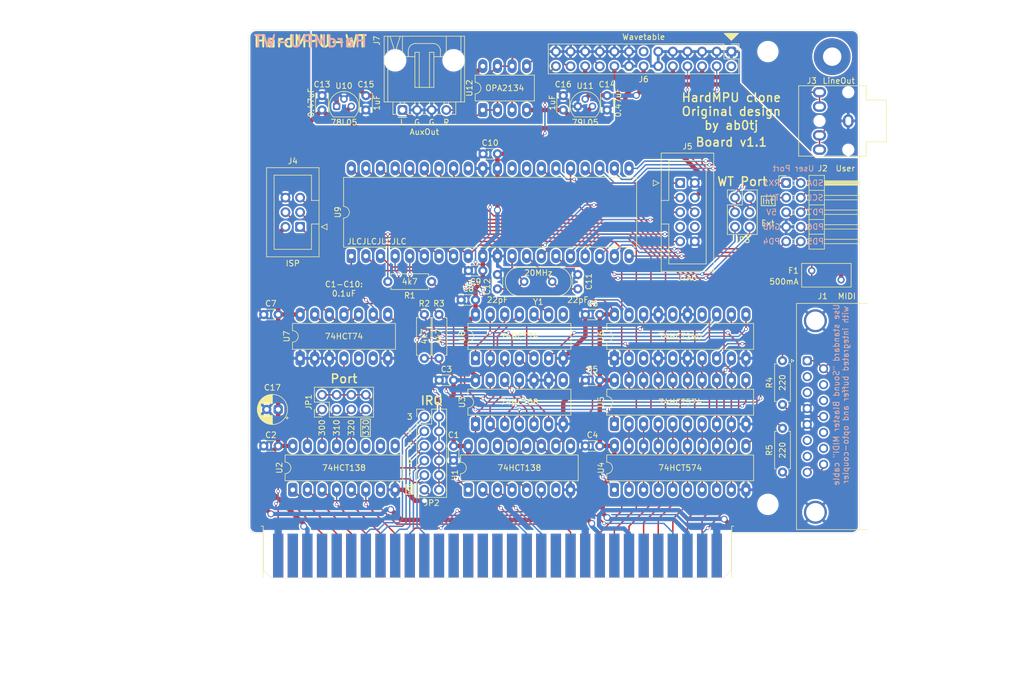
<source format=kicad_pcb>
(kicad_pcb (version 20211014) (generator pcbnew)
  (layers (0 "F.Cu" signal) (31 "B.Cu" signal) (36 "B.SilkS" user "B.Silkscreen") (37 "F.SilkS" user "F.Silkscreen") (38 "B.Mask" user) (39 "F.Mask" user) (44 "Edge.Cuts" user))
  (net 0 "")
  (net 1 "GND")
  (net 2 "+5V")
  (net 3 "/RESET")
  (net 4 "/IRQ3")
  (net 5 "/IRQ4")
  (net 6 "/IRQ5")
  (net 7 "/IRQ7")
  (net 8 "/~{IOR}")
  (net 9 "/~{IOW}")
  (net 10 "/AEN")
  (net 11 "/D0")
  (net 12 "/D1")
  (net 13 "/D2")
  (net 14 "/D3")
  (net 15 "/D4")
  (net 16 "/D5")
  (net 17 "/D6")
  (net 18 "/D7")
  (net 22 "/DB7")
  (net 23 "/DB6")
  (net 24 "/DB5")
  (net 25 "/DB4")
  (net 26 "/DB3")
  (net 27 "/DB2")
  (net 28 "/DB1")
  (net 29 "/DB0")
  (net 30 "/BA9")
  (net 31 "/BA8")
  (net 32 "/BA7")
  (net 33 "/BA6")
  (net 34 "/BA5")
  (net 35 "/BA4")
  (net 36 "/BA3")
  (net 37 "/BA0")
  (net 38 "/X1")
  (net 39 "/X2")
  (net 40 "/MOSI")
  (net 41 "+5VP")
  (net 42 "/~{AVRRST}")
  (net 43 "/SCK")
  (net 44 "/MISO")
  (net 45 "/TDI")
  (net 46 "/TMS")
  (net 47 "/TDO")
  (net 48 "/TCK")
  (net 49 "/USER3")
  (net 50 "/USER2")
  (net 51 "/SCL")
  (net 52 "/USER1")
  (net 53 "/USER0")
  (net 54 "/~{IDW}")
  (net 55 "/~{IDR}")
  (net 56 "/SDA")
  (net 57 "/CRR")
  (net 58 "/DRR")
  (net 59 "/DSR")
  (net 60 "/~{IOCS}")
  (net 61 "/330h")
  (net 62 "/320h")
  (net 63 "/310h")
  (net 64 "/300h")
  (net 69 "/~{DW}")
  (net 70 "/~{CW}")
  (net 71 "/~{DR}")
  (net 72 "/~{CR}")
  (net 73 "/IRQ")
  (net 76 "/~{IDRRS}")
  (net 77 "/~{DRCLK}")
  (net 78 "/~{DRRS}")
  (net 80 "/~{DRR}")
  (net 81 "/~{DSR}")
  (net 85 "/RX'")
  (net 88 "/TX'")
  (net 92 "/IRQ6")
  (net 93 "/IRQ9")
  (net 101 "-12V")
  (net 102 "+12V")
  (net 105 "/Wavetable/LEFT")
  (net 106 "/Wavetable/RIGHT")
  (net 107 "~{RESET}")
  (net 108 "+5VA")
  (net 109 "-5VA")
  (net 110 "/Wavetable/LEFT'")
  (net 111 "/Wavetable/RIGHT'")
  (net 143 "/TX1")
  (net 144 "/RX1")
  (net 145 "WT_RX")
  (net 146 "WT_TX")
  (net 147 "/TX0")
  (net 148 "/RX0")
  (footprint "Connector_PinHeader_2.54mm:PinHeader_2x06_P2.54mm_Vertical" (layer "F.Cu") (at 114.3 120.65)
    (fp_text reference "JP2")
    (fp_text value "IRQ")
  )
  (footprint "Capacitor_THT:C_Disc_D3.0mm_W1.6mm_P2.50mm" (layer "F.Cu") (at 144.78 102.87 180)
    (fp_text reference "C6")
    (fp_text value "0.1uF")
  )
  (footprint "Capacitor_THT:C_Disc_D3.0mm_W1.6mm_P2.50mm" (layer "F.Cu") (at 142.28 114.3)
    (fp_text reference "C5")
    (fp_text value "0.1uF")
  )
  (footprint "Capacitor_THT:C_Disc_D3.0mm_W1.6mm_P2.50mm" (layer "F.Cu") (at 119.38 114.3 180)
    (fp_text reference "C3")
    (fp_text value "0.1uF")
  )
  (footprint "Package_DIP:DIP-20_W7.62mm_LongPads" (layer "F.Cu") (at 147.32 110.49 90)
    (fp_text reference "U6")
    (fp_text value "74HCT240")
  )
  (footprint "Connector_PinHeader_2.54mm:PinHeader_2x05_P2.54mm_Horizontal" (layer "F.Cu") (at 177.165 80.01)
    (fp_text reference "J2")
    (fp_text value "User")
  )
  (footprint "Package_DIP:DIP-14_W7.62mm_LongPads" (layer "F.Cu") (at 123.19 110.49 90)
    (fp_text reference "U8")
    (fp_text value "74HCT74")
  )
  (footprint "Package_DIP:DIP-20_W7.62mm_LongPads" (layer "F.Cu") (at 147.32 121.92 90)
    (fp_text reference "U5")
    (fp_text value "74HCT574")
  )
  (footprint "Package_DIP:DIP-40_W15.24mm_LongPads" (layer "F.Cu") (at 101.6 92.71 90)
    (fp_text reference "U9")
    (fp_text value "ATmega1284P")
  )
  (footprint "Capacitor_THT:C_Disc_D3.0mm_W1.6mm_P2.50mm" (layer "F.Cu") (at 119.38 128.23 90)
    (fp_text reference "C1")
    (fp_text value "0.1uF")
  )
  (footprint "Package_DIP:DIP-16_W7.62mm_LongPads" (layer "F.Cu") (at 91.44 133.35 90)
    (fp_text reference "U2")
    (fp_text value "74HCT138")
  )
  (footprint "Package_DIP:DIP-20_W7.62mm_LongPads" (layer "F.Cu") (at 147.32 133.35 90)
    (fp_text reference "U4")
    (fp_text value "74HCT574")
  )
  (footprint "Package_DIP:DIP-16_W7.62mm_LongPads" (layer "F.Cu") (at 121.92 133.35 90)
    (fp_text reference "U1")
    (fp_text value "74HCT138")
  )
  (footprint "Package_DIP:DIP-14_W7.62mm_LongPads" (layer "F.Cu") (at 123.19 121.92 90)
    (fp_text reference "U3")
    (fp_text value "74HCT08")
  )
  (footprint "Package_DIP:DIP-14_W7.62mm_LongPads" (layer "F.Cu") (at 92.71 110.49 90)
    (fp_text reference "U7")
    (fp_text value "74HCT74")
  )
  (footprint "Capacitor_THT:C_Disc_D3.0mm_W1.6mm_P2.50mm" (layer "F.Cu") (at 86.4 125.73)
    (fp_text reference "C2")
    (fp_text value "0.1uF")
  )
  (footprint "Connector_IDC:IDC-Header_2x05_P2.54mm_Vertical" (layer "F.Cu") (at 158.75 80.01)
    (fp_text reference "J5")
    (fp_text value "JTAG")
  )
  (footprint "Resistor_THT:R_Axial_DIN0207_L6.3mm_D2.5mm_P7.62mm_Horizontal" (layer "F.Cu") (at 114.3 110.49 90)
    (fp_text reference "R2")
    (fp_text value "4k7")
  )
  (footprint "Capacitor_THT:C_Disc_D3.0mm_W1.6mm_P2.50mm" (layer "F.Cu") (at 127 74.93 180)
    (fp_text reference "C10")
    (fp_text value "0.1uF")
  )
  (footprint "Capacitor_THT:C_Disc_D3.0mm_W1.6mm_P2.50mm" (layer "F.Cu") (at 124.46 95.25 180)
    (fp_text reference "C9")
    (fp_text value "0.1uF")
  )
  (footprint "Connector_IDC:IDC-Header_2x03_P2.54mm_Vertical" (layer "F.Cu") (at 92.71 87.63 180)
    (fp_text reference "J4")
    (fp_text value "ISP")
  )
  (footprint "Connector_Dsub:DSUB-15_Female_Horizontal_P2.77x2.84mm_EdgePinOffset7.70mm_Housed_MountingHolesOffset9.12mm" (layer "F.Cu") (at 180.825 110.915 90)
    (fp_text reference "J1")
    (fp_text value "MIDI")
  )
  (footprint "Resistor_THT:R_Axial_DIN0207_L6.3mm_D2.5mm_P7.62mm_Horizontal" (layer "F.Cu") (at 176.53 118.5275 90)
    (fp_text reference "R4")
    (fp_text value "220")
  )
  (footprint "Crystal:Crystal_HC49-4H_Vertical" (layer "F.Cu") (at 136.525 97.155 180)
    (fp_text reference "Y1")
    (fp_text value "20MHz")
  )
  (footprint "Capacitor_THT:C_Disc_D3.0mm_W1.6mm_P2.50mm" (layer "F.Cu") (at 88.9 102.87 180)
    (fp_text reference "C7")
    (fp_text value "0.1uF")
  )
  (footprint "Capacitor_THT:C_Disc_D3.0mm_W1.6mm_P2.50mm" (layer "F.Cu") (at 142.28 125.73)
    (fp_text reference "C4")
    (fp_text value "0.1uF")
  )
  (footprint "Resistor_THT:R_Axial_DIN0207_L6.3mm_D2.5mm_P7.62mm_Horizontal" (layer "F.Cu") (at 116.84 110.49 90)
    (fp_text reference "R3")
    (fp_text value "4k7")
  )
  (footprint "Capacitor_THT:C_Disc_D3.0mm_W1.6mm_P2.50mm" (layer "F.Cu") (at 123.19 100.33 180)
    (fp_text reference "C8")
    (fp_text value "0.1uF")
  )
  (footprint "Resistor_THT:R_Axial_DIN0207_L6.3mm_D2.5mm_P7.62mm_Horizontal" (layer "F.Cu") (at 107.95 97.155)
    (fp_text reference "R1")
    (fp_text value "4k7")
  )
  (footprint "Resistor_THT:R_Axial_DIN0207_L6.3mm_D2.5mm_P7.62mm_Horizontal" (layer "F.Cu") (at 176.53 130.275 90)
    (fp_text reference "R5")
    (fp_text value "220")
  )
  (footprint "hardmpu-wt:BUS_XT" (layer "F.Cu") (at 165.1 144.78)
    (fp_text reference "J8" hide)
    (fp_text value "XT Bus")
  )
  (footprint "Connector_PinHeader_2.54mm:PinHeader_2x13_P2.54mm_Vertical" (layer "F.Cu") (at 167.64 57.15 -90)
    (fp_text reference "J6")
    (fp_text value "Wavetable")
  )
  (footprint "hardmpu-wt:Molex_SL_70551-0003_1x04_P2.54mm_Horizontal" (layer "F.Cu") (at 110.49 67.31 90)
    (fp_text reference "J7")
    (fp_text value "AuxOut")
  )
  (footprint "Capacitor_THT:C_Disc_D3.0mm_W2.0mm_P2.50mm" (layer "F.Cu") (at 138.43 64.81 -90)
    (fp_text reference "C16")
    (fp_text value "1uF")
  )
  (footprint "Package_TO_SOT_THT:TO-92" (layer "F.Cu") (at 99.06 66.675)
    (fp_text reference "U10")
    (fp_text value "78L05")
  )
  (footprint "Package_TO_SOT_THT:TO-92" (layer "F.Cu") (at 140.97 66.675)
    (fp_text reference "U11")
    (fp_text value "79L05")
  )
  (footprint "MountingHole:MountingHole_3.2mm_M3" (layer "F.Cu") (at 173.99 135.89)
    (fp_text reference "H2" hide)
    (fp_text value "WT_Hole")
  )
  (footprint "MountingHole:MountingHole_3.2mm_M3" (layer "F.Cu") (at 173.99 57.15)
    (fp_text reference "H1" hide)
    (fp_text value "WT_Hole")
  )
  (footprint "MountingHole:MountingHole_3.2mm_M3_Pad" (layer "F.Cu") (at 185.166 58.039)
    (fp_text reference "H3" hide)
    (fp_text value "Bracket_Hole")
  )
  (footprint "Fuse:Fuse_BelFuse_0ZRE0005FF_L8.3mm_W3.8mm" (layer "F.Cu") (at 181.61 95.25)
    (fp_text reference "F1")
    (fp_text value "500mA")
  )
  (footprint "Package_DIP:DIP-8_W7.62mm_LongPads" (layer "F.Cu") (at 124.46 67.31 90)
    (fp_text reference "U12")
    (fp_text value "OPA2134")
  )
  (footprint "Capacitor_THT:C_Disc_D3.0mm_W2.0mm_P2.50mm" (layer "F.Cu") (at 104.14 64.81 -90)
    (fp_text reference "C15")
    (fp_text value "1uF")
  )
  (footprint "Capacitor_THT:C_Disc_D3.0mm_W1.6mm_P2.50mm" (layer "F.Cu") (at 140.97 98.425 90)
    (fp_text reference "C11")
    (fp_text value "22pF")
  )
  (footprint "Capacitor_THT:C_Disc_D3.0mm_W1.6mm_P2.50mm" (layer "F.Cu") (at 127 98.425 90)
    (fp_text reference "C12")
    (fp_text value "22pF")
  )
  (footprint "Capacitor_THT:CP_Radial_D5.0mm_P2.00mm" (layer "F.Cu") (at 88.9 119.38 180)
    (fp_text reference "C17")
    (fp_text value "22uF")
  )
  (footprint "Capacitor_THT:C_Disc_D3.0mm_W2.0mm_P2.50mm" (layer "F.Cu") (at 96.52 67.31 90)
    (fp_text reference "C13")
    (fp_text value "0.47uF")
  )
  (footprint "Capacitor_THT:C_Disc_D3.0mm_W2.0mm_P2.50mm" (layer "F.Cu") (at 146.05 67.31 90)
    (fp_text reference "C14")
    (fp_text value "0.47uF")
  )
  (footprint "Connector_PinHeader_2.54mm:PinHeader_2x04_P2.54mm_Vertical" (layer "F.Cu") (at 96.52 119.38 90)
    (fp_text reference "JP1")
    (fp_text value "Port")
  )
  (footprint "Connector_PinHeader_2.54mm:PinHeader_2x03_P2.54mm_Vertical" (layer "F.Cu") (at 168.275 82.55)
    (fp_text reference "JP3")
    (fp_text value "WT Port")
  )
  (footprint "hardmpu-wt:Jack_3.5mm_CUI_SJ1-3555NG" (layer "F.Cu") (at 187.96 69.215 -90)
    (fp_text reference "J3")
    (fp_text value "LineOut")
  )
  (gr_line (start 103.251 124.079) (end 103.251 121.031) (layer "F.SilkS") (width 0.15))
  (gr_line (start 111.125 134.112) (end 111.125 132.461) (layer "F.SilkS") (width 0.15))
  (gr_line (start 172.847 83.947) (end 172.847 82.296) (layer "F.SilkS") (width 0.15))
  (gr_line (start 104.902 121.031) (end 104.902 124.079) (layer "F.SilkS") (width 0.15))
  (gr_poly (pts (xy 167.64 55.245) (xy 166.37 53.975) (xy 168.91 53.975)) (layer "F.SilkS") (width 0.1) (fill solid))
  (gr_line (start 104.902 124.079) (end 103.251 124.079) (layer "F.SilkS") (width 0.15))
  (gr_line (start 175.26 82.296) (end 175.26 83.947) (layer "F.SilkS") (width 0.15))
  (gr_line (start 112.395 132.461) (end 112.395 134.112) (layer "F.SilkS") (width 0.15))
  (gr_line (start 111.125 132.461) (end 112.395 132.461) (layer "F.SilkS") (width 0.15))
  (gr_line (start 175.26 83.947) (end 172.847 83.947) (layer "F.SilkS") (width 0.15))
  (gr_line (start 103.251 121.031) (end 104.902 121.031) (layer "F.SilkS") (width 0.15))
  (gr_line (start 112.395 134.112) (end 111.125 134.112) (layer "F.SilkS") (width 0.15))
  (gr_line (start 172.847 82.296) (end 175.26 82.296) (layer "F.SilkS") (width 0.15))
  (gr_line (start 166.243 148.717) (end 167.64 147.32) (layer "Edge.Cuts") (width 0.05))
  (gr_line (start 87.757 148.717) (end 166.243 148.717) (layer "Edge.Cuts") (width 0.05))
  (gr_line (start 167.64 140.97) (end 188.595 140.97) (layer "Edge.Cuts") (width 0.05))
  (gr_line (start 167.64 147.32) (end 167.64 140.97) (layer "Edge.Cuts") (width 0.05))
  (gr_line (start 189.865 139.7) (end 189.865 54.61) (layer "Edge.Cuts") (width 0.05))
  (gr_line (start 85.09 140.97) (end 86.36 140.97) (layer "Edge.Cuts") (width 0.05))
  (gr_line (start 86.36 140.97) (end 86.36 147.32) (layer "Edge.Cuts") (width 0.05))
  (gr_line (start 83.82 54.61) (end 83.82 139.7) (layer "Edge.Cuts") (width 0.05))
  (gr_line (start 188.595 53.34) (end 85.09 53.34) (layer "Edge.Cuts") (width 0.05))
  (gr_line (start 86.36 147.32) (end 87.757 148.717) (layer "Edge.Cuts") (width 0.05))
  (gr_arc (start 188.595 53.34) (mid 189.493026 53.711974) (end 189.865 54.61) (layer "Edge.Cuts") (width 0.05))
  (gr_arc (start 189.865 139.7) (mid 189.493026 140.598026) (end 188.595 140.97) (layer "Edge.Cuts") (width 0.05))
  (gr_arc (start 85.09 140.97) (mid 84.191974 140.598026) (end 83.82 139.7) (layer "Edge.Cuts") (width 0.05))
  (gr_arc (start 83.82 54.61) (mid 84.191974 53.711974) (end 85.09 53.34) (layer "Edge.Cuts") (width 0.05))
  (gr_text "HardMPU-WT" (at 94.488 55.372) (layer "B.SilkS") (effects (font (size 2 2) (thickness 0.35)) (justify mirror)))
  (gr_text "Use standard \"Sound Blaster MIDI\" cable\nwith integrated buffer and opto-coupler" (at 186.69 116.84 90) (layer "B.SilkS") (effects (font (size 1 1)) (justify mirror)))
  (gr_text "User Port" (at 178.435 77.47) (layer "B.SilkS") (effects (font (size 1 1)) (justify mirror)))
  (gr_text "PD5" (at 182.245 90.17) (layer "B.SilkS") (effects (font (size 1 1)) (justify mirror)))
  (gr_text "PD4" (at 174.625 90.17) (layer "B.SilkS") (effects (font (size 1 1)) (justify mirror)))
  (gr_text "PD7" (at 182.245 85.09) (layer "B.SilkS") (effects (font (size 1 1)) (justify mirror)))
  (gr_text "PD6" (at 182.245 87.63) (layer "B.SilkS") (effects (font (size 1 1)) (justify mirror)))
  (gr_text "5V" (at 174.625 85.09) (layer "B.SilkS") (effects (font (size 1 1)) (justify mirror)))
  (gr_text "GND" (at 174.625 87.63) (layer "B.SilkS") (effects (font (size 1 1)) (justify mirror)))
  (gr_text "TX1" (at 174.625 82.55) (layer "B.SilkS") (effects (font (size 1 1)) (justify mirror)))
  (gr_text "SDA" (at 182.245 80.01) (layer "B.SilkS") (effects (font (size 1 1)) (justify mirror)))
  (gr_text "SCL" (at 182.245 82.55) (layer "B.SilkS") (effects (font (size 1 1)) (justify mirror)))
  (gr_text "RX1" (at 174.625 80.01) (layer "B.SilkS") (effects (font (size 1 1)) (justify mirror)))
  (gr_text "HardMPU-WT" (at 94.488 55.372) (layer "F.SilkS") (effects (font (size 2 2) (thickness 0.35))))
  (gr_text "HardMPU clone\nOriginal design\nby ab0tj" (at 167.64 67.564) (layer "F.SilkS") (effects (font (size 1.5 1.5) (thickness 0.25))))
  (gr_text "Board v1.1" (at 167.64 72.898) (layer "F.SilkS") (effects (font (size 1.5 1.5) (thickness 0.25))))
  (gr_text "330" (at 104.14 122.555 90) (layer "F.SilkS") (effects (font (size 1 1))))
  (gr_text "9" (at 111.76 133.35) (layer "F.SilkS") (effects (font (size 1 1))))
  (gr_text "Ext" (at 173.99 86.995) (layer "F.SilkS") (effects (font (size 1 1))))
  (gr_text "C1-C10:\n0.1uF" (at 100.33 98.425) (layer "F.SilkS") (effects (font (size 1 1))))
  (gr_text "5" (at 111.76 125.73) (layer "F.SilkS") (effects (font (size 1 1))))
  (gr_text "300" (at 96.52 122.555 90) (layer "F.SilkS") (effects (font (size 1 1))))
  (gr_text "L" (at 110.49 69.469) (layer "F.SilkS") (effects (font (size 1 1))))
  (gr_text "310" (at 99.06 122.555 90) (layer "F.SilkS") (effects (font (size 1 1))))
  (gr_text "Int" (at 173.99 83.185) (layer "F.SilkS") (effects (font (size 1 1))))
  (gr_text "7" (at 111.76 130.81) (layer "F.SilkS") (effects (font (size 1 1))))
  (gr_text "G" (at 115.57 69.469) (layer "F.SilkS") (effects (font (size 1 1))))
  (gr_text "JLCJLCJLCJLC" (at 106.045 90.17) (layer "F.SilkS") (effects (font (size 1 1))))
  (gr_text "320" (at 101.6 122.555 90) (layer "F.SilkS") (effects (font (size 1 1))))
  (gr_text "3" (at 111.76 120.65) (layer "F.SilkS") (effects (font (size 1 1))))
  (gr_text "G" (at 113.03 69.469) (layer "F.SilkS") (effects (font (size 1 1))))
  (gr_text "R" (at 118.11 69.469) (layer "F.SilkS") (effects (font (size 1 1))))
  (gr_text "6" (at 111.76 128.27) (layer "F.SilkS") (effects (font (size 1 1))))
  (gr_text "4" (at 111.76 123.19) (layer "F.SilkS") (effects (font (size 1 1))))
  (segment (start 142.28 106.64) (end 142.28 102.87) (width 0.762) (layer "F.Cu") (net 1))
  (segment (start 109.22 133.35) (end 110.782 133.35) (width 0.762) (layer "F.Cu") (net 1))
  (segment (start 138.43 121.92) (end 138.43 118.15) (width 0.762) (layer "F.Cu") (net 1))
  (segment (start 112.687 135.255) (end 114.3 135.255) (width 0.762) (layer "F.Cu") (net 1))
  (segment (start 138.43 118.15) (end 142.28 114.3) (width 0.762) (layer "F.Cu") (net 1))
  (segment (start 138.43 110.49) (end 142.28 106.64) (width 0.762) (layer "F.Cu") (net 1))
  (segment (start 110.782 133.35) (end 112.687 135.255) (width 0.762) (layer "F.Cu") (net 1))
  (via (at 114.3 135.255) (size 1.2) (drill 0.8) (layers "F.Cu" "B.Cu") (net 1))
  (segment (start 88.9 144.78) (end 88.9 140.1445) (width 1.27) (layer "B.Cu") (net 1))
  (segment (start 142.24 144.78) (end 142.24 140.1445) (width 1.27) (layer "B.Cu") (net 1))
  (segment (start 165.1 144.78) (end 165.1 140.1445) (width 1.27) (layer "B.Cu") (net 1))
  (segment (start 124.46 92.71) (end 124.46 95.25) (width 0.762) (layer "F.Cu") (net 2))
  (segment (start 127 74.93) (end 127 77.47) (width 0.762) (layer "F.Cu") (net 2))
  (segment (start 123.19 102.87) (end 123.19 100.33) (width 0.762) (layer "F.Cu") (net 2))
  (segment (start 119.38 125.73) (end 119.38 120.65) (width 0.762) (layer "F.Cu") (net 2))
  (segment (start 113.03 114.3) (end 100.33 114.3) (width 0.762) (layer "F.Cu") (net 2))
  (segment (start 88.9 102.87) (end 88.9 88.9) (width 0.762) (layer "F.Cu") (net 2))
  (segment (start 144.78 125.73) (end 144.78 114.3) (width 0.762) (layer "F.Cu") (net 2))
  (segment (start 162.56 61.595) (end 167.64 61.595) (width 0.762) (layer "F.Cu") (net 2))
  (segment (start 157.48 61.595) (end 162.56 61.595) (width 0.762) (layer "F.Cu") (net 2))
  (segment (start 117.475 118.745) (end 113.03 114.3) (width 0.762) (layer "F.Cu") (net 2))
  (segment (start 88.9 125.73) (end 91.44 125.73) (width 0.762) (layer "F.Cu") (net 2))
  (segment (start 152.4 61.595) (end 157.48 61.595) (width 0.762) (layer "F.Cu") (net 2))
  (segment (start 126.365 106.045) (end 128.27 104.14) (width 0.254) (layer "F.Cu") (net 2))
  (segment (start 123.19 113.538) (end 121.539 111.887) (width 0.762) (layer "F.Cu") (net 2))
  (segment (start 99.568 104.648) (end 101.092 104.648) (width 0.254) (layer "F.Cu") (net 2))
  (segment (start 145.288 132.588) (end 147.32 130.556) (width 0.762) (layer "F.Cu") (net 2))
  (segment (start 125.73 110.49) (end 125.73 109.22) (width 0.254) (layer "F.Cu") (net 2))
  (segment (start 144.78 102.87) (end 147.32 102.87) (width 0.762) (layer "F.Cu") (net 2))
  (segment (start 144.78 114.3) (end 144.78 102.87) (width 0.762) (layer "F.Cu") (net 2))
  (segment (start 186.71 80.665) (end 186.71 96.85) (width 0.762) (layer "F.Cu") (net 2))
  (segment (start 124.46 97.028) (end 123.19 98.298) (width 0.762) (layer "F.Cu") (net 2))
  (segment (start 145.415 100.33) (end 147.32 102.235) (width 0.254) (layer "F.Cu") (net 2))
  (segment (start 158.75 74.93) (end 162.941 79.121) (width 0.762) (layer "F.Cu") (net 2))
  (segment (start 100.33 110.49) (end 100.33 114.3) (width 0.254) (layer "F.Cu") (net 2))
  (segment (start 124.46 129.54) (end 121.92 127) (width 0.762) (layer "F.Cu") (net 2))
  (segment (start 162.941 80.899) (end 161.29 82.55) (width 0.762) (layer "F.Cu") (net 2))
  (segment (start 135.255 104.775) (end 139.065 104.775) (width 0.254) (layer "F.Cu") (net 2))
  (segment (start 145.288 132.588) (end 142.24 129.54) (width 0.762) (layer "F.Cu") (net 2))
  (segment (start 149.225 74.93) (end 158.75 74.93) (width 0.762) (layer "F.Cu") (net 2))
  (segment (start 88.9 125.73) (end 88.9 119.38) (width 0.762) (layer "F.Cu") (net 2))
  (segment (start 116.84 111.121467) (end 119.38 113.661467) (width 0.254) (layer "F.Cu") (net 2))
  (segment (start 100.33 114.3) (end 88.9 114.3) (width 0.762) (layer "F.Cu") (net 2))
  (segment (start 140.335 103.505) (end 140.335 102.235) (width 0.254) (layer "F.Cu") (net 2))
  (segment (start 94.488 101.092) (end 92.71 102.87) (width 0.254) (layer "F.Cu") (net 2))
  (segment (start 119.38 113.661467) (end 119.38 114.3) (width 0.254) (layer "F.Cu") (net 2))
  (segment (start 139.065 104.775) (end 140.335 103.505) (width 0.254) (layer "F.Cu") (net 2))
  (segment (start 88.9 102.87) (end 92.71 102.87) (width 0.762) (layer "F.Cu") (net 2))
  (segment (start 125.73 109.22) (end 126.365 108.585) (width 0.254) (layer "F.Cu") (net 2))
  (segment (start 96.012 101.092) (end 94.488 101.092) (width 0.254) (layer "F.Cu") (net 2))
  (segment (start 88.9 114.3) (end 88.9 102.87) (width 0.762) (layer "F.Cu") (net 2))
  (segment (start 125.73 111.76) (end 123.19 114.3) (width 0.254) (layer "F.Cu") (net 2))
  (segment (start 121.539 104.521) (end 123.19 102.87) (width 0.762) (layer "F.Cu") (net 2))
  (segment (start 152.4 61.595) (end 149.225 64.77) (width 0.762) (layer "F.Cu") (net 2))
  (segment (start 167.64 61.595) (end 186.71 80.665) (width 0.762) (layer "F.Cu") (net 2))
  (segment (start 140.335 102.235) (end 142.24 100.33) (width 0.254) (layer "F.Cu") (net 2))
  (segment (start 147.32 102.235) (end 147.32 102.87) (width 0.254) (layer "F.Cu") (net 2))
  (segment (start 93.345 139.319) (end 93.345 139.7) (width 0.762) (layer "F.Cu") (net 2))
  (segment (start 152.4 61.595) (end 152.4 59.69) (width 0.762) (layer "F.Cu") (net 2))
  (segment (start 132.715 112.395) (end 142.875 112.395) (width 0.254) (layer "F.Cu") (net 2))
  (segment (start 147.32 130.556) (end 147.32 125.73) (width 0.762) (layer "F.Cu") (net 2))
  (segment (start 127 74.93) (end 149.225 74.93) (width 0.762) (layer "F.Cu") (net 2))
  (segment (start 119.38 125.73) (end 121.92 125.73) (width 0.762) (layer "F.Cu") (net 2))
  (segment (start 88.9 125.73) (end 87.884 126.746) (width 0.762) (layer "F.Cu") (net 2))
  (segment (start 162.941 79.121) (end 162.941 80.899) (width 0.762) (layer "F.Cu") (net 2))
  (segment (start 145.288 132.588) (end 145.288 137.414) (width 0.762) (layer "F.Cu") (net 2))
  (segment (start 145.288 137.414) (end 146.05 138.176) (width 0.762) (layer "F.Cu") (net 2))
  (segment (start 162.56 59.69) (end 162.56 61.595) (width 0.762) (layer "F.Cu") (net 2))
  (segment (start 97.79 102.87) (end 96.012 101.092) (width 0.254) (layer "F.Cu") (net 2))
  (segment (start 119.38 116.84) (end 117.475 118.745) (width 0.762) (layer "F.Cu") (net 2))
  (segment (start 130.81 110.49) (end 132.715 112.395) (width 0.254) (layer "F.Cu") (net 2))
  (segment (start 123.19 98.298) (end 123.19 100.33) (width 0.762) (layer "F.Cu") (net 2))
  (segment (start 101.092 104.648) (end 102.87 102.87) (width 0.254) (layer "F.Cu") (net 2))
  (segment (start 121.92 127) (end 121.92 125.73) (width 0.762) (layer "F.Cu") (net 2))
  (segment (start 128.27 104.14) (end 128.27 102.87) (width 0.254) (layer "F.Cu") (net 2))
  (segment (start 116.84 110.49) (end 116.84 111.121467) (width 0.254) (layer "F.Cu") (net 2))
  (segment (start 127 77.47) (end 127 84.709) (width 0.762) (layer "F.Cu") (net 2))
  (segment (start 88.9 119.38) (end 88.9 114.3) (width 0.762) (layer "F.Cu") (net 2))
  (segment (start 133.35 102.87) (end 135.255 104.775) (width 0.254) (layer "F.Cu") (net 2))
  (segment (start 142.24 129.54) (end 124.46 129.54) (width 0.762) (layer "F.Cu") (net 2))
  (segment (start 121.539 111.887) (end 121.539 104.521) (width 0.762) (layer "F.Cu") (net 2))
  (segment (start 88.9 88.9) (end 90.17 87.63) (width 0.762) (layer "F.Cu") (net 2))
  (segment (start 144.78 125.73) (end 147.32 125.73) (width 0.762) (layer "F.Cu") (net 2))
  (segment (start 157.48 59.69) (end 157.48 61.595) (width 0.762) (layer "F.Cu") (net 2))
  (segment (start 124.46 95.25) (end 124.46 97.028) (width 0.762) (layer "F.Cu") (net 2))
  (segment (start 87.884 126.746) (end 87.884 133.858) (width 0.762) (layer "F.Cu") (net 2))
  (segment (start 125.73 110.49) (end 125.73 111.76) (width 0.254) (layer "F.Cu") (net 2))
  (segment (start 142.24 100.33) (end 145.415 100.33) (width 0.254) (layer "F.Cu") (net 2))
  (segment (start 126.365 108.585) (end 126.365 106.045) (width 0.254) (layer "F.Cu") (net 2))
  (segment (start 119.38 114.3) (end 119.38 116.84) (width 0.762) (layer "F.Cu") (net 2))
  (segment (start 97.79 102.87) (end 99.568 104.648) (width 0.254) (layer "F.Cu") (net 2))
  (segment (start 123.19 114.3) (end 123.19 113.538) (width 0.762) (layer "F.Cu") (net 2))
  (segment (start 87.884 133.858) (end 93.345 139.319) (width 0.762) (layer "F.Cu") (net 2))
  (segment (start 119.38 120.65) (end 117.475 118.745) (width 0.762) (layer "F.Cu") (net 2))
  (segment (start 149.225 64.77) (end 149.225 74.93) (width 0.762) (layer "F.Cu") (net 2))
  (segment (start 144.78 114.3) (end 147.32 114.3) (width 0.762) (layer "F.Cu") (net 2))
  (via locked (at 146.05 138.176) (size 1.2) (drill 0.8) (layers "F.Cu" "B.Cu") (net 2))
  (via (at 127 84.709) (size 1.2) (drill 0.8) (layers "F.Cu" "B.Cu") (net 2))
  (via (at 93.345 139.7) (size 1.2) (drill 0.8) (layers "F.Cu" "B.Cu") (net 2))
  (via (at 142.875 112.395) (size 0.6) (drill 0.4) (layers "F.Cu" "B.Cu") (net 2))
  (segment (start 119.38 114.3) (end 123.19 114.3) (width 0.762) (layer "B.Cu") (net 2))
  (segment (start 124.46 92.71) (end 124.46 91.44) (width 0.762) (layer "B.Cu") (net 2))
  (segment (start 93.98 144.78) (end 93.98 140.208) (width 0.762) (layer "B.Cu") (net 2))
  (segment (start 146.312356 138.438356) (end 146.05 138.176) (width 0.762) (layer "B.Cu") (net 2))
  (segment (start 114.3 110.49) (end 116.84 110.49) (width 0.254) (layer "B.Cu") (net 2))
  (segment (start 160.02 140.843) (end 157.615356 138.438356) (width 0.762) (layer "B.Cu") (net 2))
  (segment (start 160.02 144.78) (end 160.02 140.843) (width 0.762) (layer "B.Cu") (net 2))
  (segment (start 127 88.9) (end 127 84.709) (width 0.762) (layer "B.Cu") (net 2))
  (segment (start 93.98 140.208) (end 93.472 139.7) (width 0.762) (layer "B.Cu") (net 2))
  (segment (start 124.46 91.44) (end 127 88.9) (width 0.762) (layer "B.Cu") (net 2))
  (segment (start 93.472 139.7) (end 93.345 139.7) (width 0.762) (layer "B.Cu") (net 2))
  (segment (start 157.615356 138.438356) (end 146.312356 138.438356) (width 0.762) (layer "B.Cu") (net 2))
  (segment (start 142.875 112.395) (end 144.78 114.3) (width 0.254) (layer "B.Cu") (net 2))
  (segment (start 168.91 129.54) (end 168.91 134.62) (width 0.254) (layer "F.Cu") (net 3))
  (segment (start 170.18 107.95) (end 172.085 109.855) (width 0.254) (layer "F.Cu") (net 3))
  (segment (start 168.91 134.62) (end 163.5125 140.0175) (width 0.254) (layer "F.Cu") (net 3))
  (segment (start 172.085 109.855) (end 172.085 126.365) (width 0.254) (layer "F.Cu") (net 3))
  (segment (start 172.085 126.365) (end 168.91 129.54) (width 0.254) (layer "F.Cu") (net 3))
  (segment (start 169.545 107.95) (end 170.18 107.95) (width 0.254) (layer "F.Cu") (net 3))
  (via (at 163.5125 140.0175) (size 0.6) (drill 0.4) (layers "F.Cu" "B.Cu") (net 3))
  (via (at 169.545 107.95) (size 0.6) (drill 0.4) (layers "F.Cu" "B.Cu") (net 3))
  (segment (start 162.56 140.97) (end 163.5125 140.0175) (width 0.254) (layer "B.Cu") (net 3))
  (segment (start 162.56 144.78) (end 162.56 140.97) (width 0.254) (layer "B.Cu") (net 3))
  (segment (start 167.005 107.95) (end 169.545 107.95) (width 0.254) (layer "B.Cu") (net 3))
  (segment (start 165.1 110.49) (end 165.1 109.855) (width 0.254) (layer "B.Cu") (net 3))
  (segment (start 165.1 109.855) (end 167.005 107.95) (width 0.254) (layer "B.Cu") (net 3))
  (segment (start 104.902 140.208) (end 106.3625 140.208) (width 0.254) (layer "B.Cu") (net 4))
  (segment (start 110.49 138.43) (end 110.49 124.46) (width 0.254) (layer "B.Cu") (net 4))
  (segment (start 107.5055 139.065) (end 109.855 139.065) (width 0.254) (layer "B.Cu") (net 4))
  (segment (start 104.14 140.97) (end 104.902 140.208) (width 0.254) (layer "B.Cu") (net 4))
  (segment (start 110.49 124.46) (end 114.3 120.65) (width 0.254) (layer "B.Cu") (net 4))
  (segment (start 106.3625 140.208) (end 107.5055 139.065) (width 0.254) (layer "B.Cu") (net 4))
  (segment (start 104.14 144.78) (end 104.14 140.97) (width 0.254) (layer "B.Cu") (net 4))
  (segment (start 109.855 139.065) (end 110.49 138.43) (width 0.254) (layer "B.Cu") (net 4))
  (segment (start 106.68 144.78) (end 106.68 140.97) (width 0.254) (layer "B.Cu") (net 5))
  (segment (start 106.68 140.97) (end 107.95 139.7) (width 0.254) (layer "B.Cu") (net 5))
  (segment (start 111.125 139.065) (end 111.125 126.365) (width 0.254) (layer "B.Cu") (net 5))
  (segment (start 110.49 139.7) (end 111.125 139.065) (width 0.254) (layer "B.Cu") (net 5))
  (segment (start 111.125 126.365) (end 114.3 123.19) (width 0.254) (layer "B.Cu") (net 5))
  (segment (start 107.95 139.7) (end 110.49 139.7) (width 0.254) (layer "B.Cu") (net 5))
  (segment (start 109.22 144.78) (end 109.22 140.97) (width 0.254) (layer "B.Cu") (net 6))
  (segment (start 109.982 140.208) (end 111.252 140.208) (width 0.254) (layer "B.Cu") (net 6))
  (segment (start 111.252 140.208) (end 111.76 139.7) (width 0.254) (layer "B.Cu") (net 6))
  (segment (start 111.76 128.27) (end 114.3 125.73) (width 0.254) (layer "B.Cu") (net 6))
  (segment (start 109.22 140.97) (end 109.982 140.208) (width 0.254) (layer "B.Cu") (net 6))
  (segment (start 111.76 139.7) (end 111.76 128.27) (width 0.254) (layer "B.Cu") (net 6))
  (segment (start 114.3 140.97) (end 113.03 139.7) (width 0.254) (layer "B.Cu") (net 7))
  (segment (start 113.03 139.7) (end 113.03 132.08) (width 0.254) (layer "B.Cu") (net 7))
  (segment (start 114.3 144.78) (end 114.3 140.97) (width 0.254) (layer "B.Cu") (net 7))
  (segment (start 113.03 132.08) (end 114.3 130.81) (width 0.254) (layer "B.Cu") (net 7))
  (segment (start 124.46 133.35) (end 127.635 136.525) (width 0.254) (layer "F.Cu") (net 8))
  (via (at 127.635 136.525) (size 0.6) (drill 0.4) (layers "F.Cu" "B.Cu") (net 8))
  (segment (start 132.08 144.78) (end 132.08 140.969986) (width 0.254) (layer "B.Cu") (net 8))
  (segment (start 127.635014 136.525) (end 127.635 136.525) (width 0.254) (layer "B.Cu") (net 8))
  (segment (start 132.08 140.969986) (end 127.635014 136.525) (width 0.254) (layer "B.Cu") (net 8))
  (segment (start 127 133.35) (end 130.175 136.525) (width 0.254) (layer "F.Cu") (net 9))
  (via (at 130.175 136.525) (size 0.6) (drill 0.4) (layers "F.Cu" "B.Cu") (net 9))
  (segment (start 134.62 144.78) (end 134.62 140.97) (width 0.254) (layer "B.Cu") (net 9))
  (segment (start 134.62 140.97) (end 130.175 136.525) (width 0.254) (layer "B.Cu") (net 9))
  (segment (start 103.505 135.255) (end 101.6 133.35) (width 0.254) (layer "F.Cu") (net 10))
  (segment (start 139.7 140.716) (end 138.303 139.319) (width 0.254) (layer "F.Cu") (net 10))
  (segment (start 105.41 135.255) (end 103.505 135.255) (width 0.254) (layer "F.Cu") (net 10))
  (segment (start 109.474 139.319) (end 105.41 135.255) (width 0.254) (layer "F.Cu") (net 10))
  (segment (start 139.7 144.78) (end 139.7 140.716) (width 0.254) (layer "F.Cu") (net 10))
  (segment (start 138.303 139.319) (end 109.474 139.319) (width 0.254) (layer "F.Cu") (net 10))
  (segment (start 112.395 88.265) (end 101.6 77.47) (width 0.254) (layer "F.Cu") (net 11))
  (segment (start 149.86 128.27) (end 151.13 127) (width 0.254) (layer "F.Cu") (net 11))
  (segment (start 118.364 88.265) (end 112.395 88.265) (width 0.254) (layer "F.Cu") (net 11))
  (segment (start 147.32 90.17) (end 120.269 90.17) (width 0.254) (layer "F.Cu") (net 11))
  (segment (start 148.59 111.76) (end 148.59 91.44) (width 0.254) (layer "F.Cu") (net 11))
  (segment (start 151.13 127) (end 151.13 116.84) (width 0.254) (layer "F.Cu") (net 11))
  (segment (start 148.59 91.44) (end 147.32 90.17) (width 0.254) (layer "F.Cu") (net 11))
  (segment (start 149.86 133.35) (end 149.86 128.27) (width 0.254) (layer "F.Cu") (net 11))
  (segment (start 120.269 90.17) (end 118.364 88.265) (width 0.254) (layer "F.Cu") (net 11))
  (segment (start 151.13 116.84) (end 149.86 115.57) (width 0.254) (layer "F.Cu") (net 11))
  (segment (start 149.86 115.57) (end 149.86 114.3) (width 0.254) (layer "F.Cu") (net 11))
  (segment (start 149.86 114.3) (end 149.86 113.03) (width 0.254) (layer "F.Cu") (net 11))
  (segment (start 149.86 113.03) (end 148.59 111.76) (width 0.254) (layer "F.Cu") (net 11))
  (segment (start 151.13 111.76) (end 151.13 91.059) (width 0.254) (layer "F.Cu") (net 12))
  (segment (start 118.618 87.63) (end 114.3 87.63) (width 0.254) (layer "F.Cu") (net 12))
  (segment (start 153.67 127) (end 153.67 116.84) (width 0.254) (layer "F.Cu") (net 12))
  (segment (start 152.4 114.3) (end 152.4 113.03) (width 0.254) (layer "F.Cu") (net 12))
  (segment (start 151.13 91.059) (end 149.606 89.535) (width 0.254) (layer "F.Cu") (net 12))
  (segment (start 120.523 89.535) (end 118.618 87.63) (width 0.254) (layer "F.Cu") (net 12))
  (segment (start 152.4 128.27) (end 153.67 127) (width 0.254) (layer "F.Cu") (net 12))
  (segment (start 114.3 87.63) (end 104.14 77.47) (width 0.254) (layer "F.Cu") (net 12))
  (segment (start 152.4 113.03) (end 151.13 111.76) (width 0.254) (layer "F.Cu") (net 12))
  (segment (start 152.4 115.57) (end 152.4 114.3) (width 0.254) (layer "F.Cu") (net 12))
  (segment (start 153.67 116.84) (end 152.4 115.57) (width 0.254) (layer "F.Cu") (net 12))
  (segment (start 152.4 133.35) (end 152.4 128.27) (width 0.254) (layer "F.Cu") (net 12))
  (segment (start 149.606 89.535) (end 120.523 89.535) (width 0.254) (layer "F.Cu") (net 12))
  (segment (start 154.94 115.57) (end 154.94 114.3) (width 0.254) (layer "F.Cu") (net 13))
  (segment (start 116.205 86.995) (end 106.68 77.47) (width 0.254) (layer "F.Cu") (net 13))
  (segment (start 154.94 113.03) (end 153.67 111.76) (width 0.254) (layer "F.Cu") (net 13))
  (segment (start 153.67 111.76) (end 153.67 92.71) (width 0.254) (layer "F.Cu") (net 13))
  (segment (start 156.21 127) (end 156.21 116.84) (width 0.254) (layer "F.Cu") (net 13))
  (segment (start 154.94 114.3) (end 154.94 113.03) (width 0.254) (layer "F.Cu") (net 13))
  (segment (start 120.777 88.9) (end 118.872 86.995) (width 0.254) (layer "F.Cu") (net 13))
  (segment (start 154.94 133.35) (end 154.94 128.27) (width 0.254) (layer "F.Cu") (net 13))
  (segment (start 153.67 92.71) (end 149.86 88.9) (width 0.254) (layer "F.Cu") (net 13))
  (segment (start 149.86 88.9) (end 120.777 88.9) (width 0.254) (layer "F.Cu") (net 13))
  (segment (start 154.94 128.27) (end 156.21 127) (width 0.254) (layer "F.Cu") (net 13))
  (segment (start 156.21 116.84) (end 154.94 115.57) (width 0.254) (layer "F.Cu") (net 13))
  (segment (start 118.872 86.995) (end 116.205 86.995) (width 0.254) (layer "F.Cu") (net 13))
  (segment (start 121.031 88.265) (end 119.126 86.36) (width 0.254) (layer "F.Cu") (net 14))
  (segment (start 157.48 128.27) (end 158.75 127) (width 0.254) (layer "F.Cu") (net 14))
  (segment (start 156.21 94.361) (end 150.114 88.265) (width 0.254) (layer "F.Cu") (net 14))
  (segment (start 158.75 116.84) (end 157.48 115.57) (width 0.254) (layer "F.Cu") (net 14))
  (segment (start 157.48 133.35) (end 157.48 128.27) (width 0.254) (layer "F.Cu") (net 14))
  (segment (start 157.48 114.3) (end 157.48 113.03) (width 0.254) (layer "F.Cu") (net 14))
  (segment (start 157.48 113.03) (end 156.21 111.76) (width 0.254) (layer "F.Cu") (net 14))
  (segment (start 150.114 88.265) (end 121.031 88.265) (width 0.254) (layer "F.Cu") (net 14))
  (segment (start 157.48 115.57) (end 157.48 114.3) (width 0.254) (layer "F.Cu") (net 14))
  (segment (start 118.11 86.36) (end 109.22 77.47) (width 0.254) (layer "F.Cu") (net 14))
  (segment (start 158.75 127) (end 158.75 116.84) (width 0.254) (layer "F.Cu") (net 14))
  (segment (start 119.126 86.36) (end 118.11 86.36) (width 0.254) (layer "F.Cu") (net 14))
  (segment (start 156.21 111.76) (end 156.21 94.361) (width 0.254) (layer "F.Cu") (net 14))
  (segment (start 160.02 113.03) (end 158.75 111.76) (width 0.254) (layer "F.Cu") (net 15))
  (segment (start 160.02 128.27) (end 161.29 127) (width 0.254) (layer "F.Cu") (net 15))
  (segment (start 158.75 96.012) (end 150.368 87.63) (width 0.254) (layer "F.Cu") (net 15))
  (segment (start 160.02 133.35) (end 160.02 128.27) (width 0.254) (layer "F.Cu") (net 15))
  (segment (start 160.02 114.3) (end 160.02 113.03) (width 0.254) (layer "F.Cu") (net 15))
  (segment (start 161.29 127) (end 161.29 116.84) (width 0.254) (layer "F.Cu") (net 15))
  (segment (start 150.368 87.63) (end 121.6025 87.63) (width 0.254) (layer "F.Cu") (net 15))
  (segment (start 161.29 116.84) (end 160.02 115.57) (width 0.254) (layer "F.Cu") (net 15))
  (segment (start 121.6025 87.63) (end 111.76 77.7875) (width 0.254) (layer "F.Cu") (net 15))
  (segment (start 158.75 111.76) (end 158.75 96.012) (width 0.254) (layer "F.Cu") (net 15))
  (segment (start 160.02 115.57) (end 160.02 114.3) (width 0.254) (layer "F.Cu") (net 15))
  (segment (start 111.76 77.7875) (end 111.76 77.47) (width 0.254) (layer "F.Cu") (net 15))
  (segment (start 114.3 78.105) (end 114.3 77.47) (width 0.254) (layer "F.Cu") (net 16))
  (segment (start 161.29 97.663) (end 150.622 86.995) (width 0.254) (layer "F.Cu") (net 16))
  (segment (start 123.19 86.995) (end 114.3 78.105) (width 0.254) (layer "F.Cu") (net 16))
  (segment (start 162.56 114.3) (end 162.56 113.03) (width 0.254) (layer "F.Cu") (net 16))
  (segment (start 161.29 111.76) (end 161.29 97.663) (width 0.254) (layer "F.Cu") (net 16))
  (segment (start 150.622 86.995) (end 123.19 86.995) (width 0.254) (layer "F.Cu") (net 16))
  (segment (start 163.83 116.84) (end 162.56 115.57) (width 0.254) (layer "F.Cu") (net 16))
  (segment (start 162.56 115.57) (end 162.56 114.3) (width 0.254) (layer "F.Cu") (net 16))
  (segment (start 162.56 128.27) (end 163.83 127) (width 0.254) (layer "F.Cu") (net 16))
  (segment (start 162.56 133.35) (end 162.56 128.27) (width 0.254) (layer "F.Cu") (net 16))
  (segment (start 163.83 127) (end 163.83 116.84) (width 0.254) (layer "F.Cu") (net 16))
  (segment (start 162.56 113.03) (end 161.29 111.76) (width 0.254) (layer "F.Cu") (net 16))
  (segment (start 150.876 86.36) (end 124.7775 86.36) (width 0.254) (layer "F.Cu") (net 17))
  (segment (start 165.1 115.57) (end 165.1 114.3) (width 0.254) (layer "F.Cu") (net 17))
  (segment (start 165.1 113.03) (end 163.83 111.76) (width 0.254) (layer "F.Cu") (net 17))
  (segment (start 163.83 99.314) (end 150.876 86.36) (width 0.254) (layer "F.Cu") (net 17))
  (segment (start 116.84 78.4225) (end 116.84 77.47) (width 0.254) (layer "F.Cu") (net 17))
  (segment (start 166.37 116.84) (end 165.1 115.57) (width 0.254) (layer "F.Cu") (net 17))
  (segment (start 124.7775 86.36) (end 116.84 78.4225) (width 0.254) (layer "F.Cu") (net 17))
  (segment (start 163.83 111.76) (end 163.83 99.314) (width 0.254) (layer "F.Cu") (net 17))
  (segment (start 165.1 114.3) (end 165.1 113.03) (width 0.254) (layer "F.Cu") (net 17))
  (segment (start 166.37 127) (end 166.37 116.84) (width 0.254) (layer "F.Cu") (net 17))
  (segment (start 165.1 128.27) (end 166.37 127) (width 0.254) (layer "F.Cu") (net 17))
  (segment (start 165.1 133.35) (end 165.1 128.27) (width 0.254) (layer "F.Cu") (net 17))
  (segment (start 167.64 112.649) (end 166.37 111.379) (width 0.254) (layer "F.Cu") (net 18))
  (segment (start 168.91 116.84) (end 167.64 115.57) (width 0.254) (layer "F.Cu") (net 18))
  (segment (start 167.64 114.3) (end 167.64 112.649) (width 0.254) (layer "F.Cu") (net 18))
  (segment (start 166.37 100.965) (end 151.13 85.725) (width 0.254) (layer "F.Cu") (net 18))
  (segment (start 126.365 85.725) (end 119.38 78.74) (width 0.254) (layer "F.Cu") (net 18))
  (segment (start 119.38 78.74) (end 119.38 77.47) (width 0.254) (layer "F.Cu") (net 18))
  (segment (start 151.13 85.725) (end 126.365 85.725) (width 0.254) (layer "F.Cu") (net 18))
  (segment (start 167.64 115.57) (end 167.64 114.3) (width 0.254) (layer "F.Cu") (net 18))
  (segment (start 167.64 128.27) (end 168.91 127) (width 0.254) (layer "F.Cu") (net 18))
  (segment (start 168.91 127) (end 168.91 116.84) (width 0.254) (layer "F.Cu") (net 18))
  (segment (start 166.37 111.379) (end 166.37 100.965) (width 0.254) (layer "F.Cu") (net 18))
  (segment (start 167.64 133.35) (end 167.64 128.27) (width 0.254) (layer "F.Cu") (net 18))
  (segment (start 162.56 144.78) (end 162.56 138.43) (width 0.254) (layer "F.Cu") (net 22))
  (segment (start 166.37 134.62) (end 166.37 128.27) (width 0.254) (layer "F.Cu") (net 22))
  (segment (start 162.56 138.43) (end 166.37 134.62) (width 0.254) (layer "F.Cu") (net 22))
  (segment (start 166.37 112.776) (end 166.624 112.522) (width 0.254) (layer "F.Cu") (net 22))
  (segment (start 167.64 121.92) (end 167.64 116.84) (width 0.254) (layer "F.Cu") (net 22))
  (segment (start 167.64 125.73) (end 167.64 121.92) (width 0.254) (layer "F.Cu") (net 22))
  (segment (start 167.64 116.84) (end 166.37 115.57) (width 0.254) (layer "F.Cu") (net 22))
  (segment (start 166.37 115.57) (end 166.37 112.776) (width 0.254) (layer "F.Cu") (net 22))
  (segment (start 166.37 128.27) (end 167.64 127) (width 0.254) (layer "F.Cu") (net 22))
  (segment (start 167.64 127) (end 167.64 125.73) (width 0.254) (layer "F.Cu") (net 22))
  (via (at 166.624 112.522) (size 0.6) (drill 0.4) (layers "F.Cu" "B.Cu") (net 22))
  (segment (start 167.64 111.506) (end 166.624 112.522) (width 0.254) (layer "B.Cu") (net 22))
  (segment (start 167.64 110.49) (end 167.64 111.506) (width 0.254) (layer "B.Cu") (net 22))
  (segment (start 160.02 138.43) (end 163.83 134.62) (width 0.254) (layer "F.Cu") (net 23))
  (segment (start 162.56 111.76) (end 163.83 113.03) (width 0.254) (layer "F.Cu") (net 23))
  (segment (start 163.83 113.03) (end 163.83 115.57) (width 0.254) (layer "F.Cu") (net 23))
  (segment (start 162.56 111.76) (end 162.56 110.49) (width 0.254) (layer "F.Cu") (net 23))
  (segment (start 165.1 125.73) (end 165.1 121.92) (width 0.254) (layer "F.Cu") (net 23))
  (segment (start 160.02 144.78) (end 160.02 138.43) (width 0.254) (layer "F.Cu") (net 23))
  (segment (start 163.83 134.62) (end 163.83 128.27) (width 0.254) (layer "F.Cu") (net 23))
  (segment (start 163.83 115.57) (end 165.1 116.84) (width 0.254) (layer "F.Cu") (net 23))
  (segment (start 163.83 128.27) (end 165.1 127) (width 0.254) (layer "F.Cu") (net 23))
  (segment (start 165.1 127) (end 165.1 125.73) (width 0.254) (layer "F.Cu") (net 23))
  (segment (start 165.1 116.84) (end 165.1 121.92) (width 0.254) (layer "F.Cu") (net 23))
  (segment (start 162.56 127) (end 162.56 125.73) (width 0.254) (layer "F.Cu") (net 24))
  (segment (start 157.48 144.78) (end 157.48 138.43) (width 0.254) (layer "F.Cu") (net 24))
  (segment (start 161.29 134.62) (end 161.29 128.27) (width 0.254) (layer "F.Cu") (net 24))
  (segment (start 161.29 128.27) (end 162.56 127) (width 0.254) (layer "F.Cu") (net 24))
  (segment (start 157.48 138.43) (end 161.29 134.62) (width 0.254) (layer "F.Cu") (net 24))
  (segment (start 162.56 125.73) (end 162.56 121.92) (width 0.254) (layer "F.Cu") (net 24))
  (segment (start 154.94 144.78) (end 154.94 138.43) (width 0.254) (layer "F.Cu") (net 25))
  (segment (start 160.02 125.73) (end 160.02 121.92) (width 0.254) (layer "F.Cu") (net 25))
  (segment (start 154.94 138.43) (end 158.75 134.62) (width 0.254) (layer "F.Cu") (net 25))
  (segment (start 158.75 134.62) (end 158.75 128.27) (width 0.254) (layer "F.Cu") (net 25))
  (segment (start 158.75 128.27) (end 160.02 127) (width 0.254) (layer "F.Cu") (net 25))
  (segment (start 160.02 127) (end 160.02 125.73) (width 0.254) (layer "F.Cu") (net 25))
  (segment (start 156.21 135.255) (end 156.21 128.27) (width 0.254) (layer "F.Cu") (net 26))
  (segment (start 157.48 127) (end 157.48 125.73) (width 0.254) (layer "F.Cu") (net 26))
  (segment (start 152.4 139.065) (end 156.21 135.255) (width 0.254) (layer "F.Cu") (net 26))
  (segment (start 156.21 128.27) (end 157.48 127) (width 0.254) (layer "F.Cu") (net 26))
  (segment (start 152.4 144.78) (end 152.4 139.065) (width 0.254) (layer "F.Cu") (net 26))
  (segment (start 157.48 125.73) (end 157.48 121.92) (width 0.254) (layer "F.Cu") (net 26))
  (segment (start 149.86 144.78) (end 149.86 139.7) (width 0.254) (layer "F.Cu") (net 27))
  (segment (start 153.67 128.27) (end 154.94 127) (width 0.254) (layer "F.Cu") (net 27))
  (segment (start 154.94 125.73) (end 154.94 121.92) (width 0.254) (layer "F.Cu") (net 27))
  (segment (start 149.86 139.7) (end 153.67 135.89) (width 0.254) (layer "F.Cu") (net 27))
  (segment (start 154.94 127) (end 154.94 125.73) (width 0.254) (layer "F.Cu") (net 27))
  (segment (start 153.67 135.89) (end 153.67 128.27) (width 0.254) (layer "F.Cu") (net 27))
  (segment (start 151.13 136.525) (end 151.13 128.27) (width 0.254) (layer "F.Cu") (net 28))
  (segment (start 152.4 127) (end 152.4 125.73) (width 0.254) (layer "F.Cu") (net 28))
  (segment (start 147.32 144.78) (end 147.32 140.335) (width 0.254) (layer "F.Cu") (net 28))
  (segment (start 152.4 125.73) (end 152.4 121.92) (width 0.254) (layer "F.Cu") (net 28))
  (segment (start 147.32 140.335) (end 151.13 136.525) (width 0.254) (layer "F.Cu") (net 28))
  (segment (start 151.13 128.27) (end 152.4 127) (width 0.254) (layer "F.Cu") (net 28))
  (segment (start 149.86 125.73) (end 149.86 121.92) (width 0.254) (layer "F.Cu") (net 29))
  (segment (start 144.78 140.843) (end 148.59 137.033) (width 0.254) (layer "F.Cu") (net 29))
  (segment (start 144.78 144.78) (end 144.78 140.843) (width 0.254) (layer "F.Cu") (net 29))
  (segment (start 149.86 127) (end 149.86 125.73) (width 0.254) (layer "F.Cu") (net 29))
  (segment (start 148.59 128.27) (end 149.86 127) (width 0.254) (layer "F.Cu") (net 29))
  (segment (start 148.59 137.033) (end 148.59 128.27) (width 0.254) (layer "F.Cu") (net 29))
  (segment (start 120.13401 137.16) (end 120.015 137.04099) (width 0.254) (layer "F.Cu") (net 30))
  (segment (start 111.76 140.97) (end 112.712499 140.017501) (width 0.254) (layer "F.Cu") (net 30))
  (segment (start 112.712499 140.017501) (end 117.157499 140.017501) (width 0.254) (layer "F.Cu") (net 30))
  (segment (start 134.62 133.35) (end 134.62 134.804) (width 0.254) (layer "F.Cu") (net 30))
  (segment (start 111.76 144.78) (end 111.76 140.97) (width 0.254) (layer "F.Cu") (net 30))
  (segment (start 134.62 134.804) (end 132.264 137.16) (width 0.254) (layer "F.Cu") (net 30))
  (segment (start 132.264 137.16) (end 120.13401 137.16) (width 0.254) (layer "F.Cu") (net 30))
  (via (at 117.157499 140.017501) (size 0.6) (drill 0.4) (layers "F.Cu" "B.Cu") (net 30))
  (via (at 120.015 137.04099) (size 0.6) (drill 0.4) (layers "F.Cu" "B.Cu") (net 30))
  (segment (start 117.157499 140.017501) (end 120.015 137.16) (width 0.254) (layer "B.Cu") (net 30))
  (segment (start 120.015 137.16) (end 120.015 137.04099) (width 0.254) (layer "B.Cu") (net 30))
  (segment (start 109.22 140.97) (end 104.14 135.89) (width 0.254) (layer "F.Cu") (net 31))
  (segment (start 109.22 144.78) (end 109.22 140.97) (width 0.254) (layer "F.Cu") (net 31))
  (via (at 104.14 135.89) (size 0.6) (drill 0.4) (layers "F.Cu" "B.Cu") (net 31))
  (segment (start 104.14 133.35) (end 104.14 135.89) (width 0.254) (layer "B.Cu") (net 31))
  (segment (start 100.965 135.255) (end 98.425 135.255) (width 0.254) (layer "F.Cu") (net 32))
  (segment (start 106.68 140.97) (end 100.965 135.255) (width 0.254) (layer "F.Cu") (net 32))
  (segment (start 98.425 135.255) (end 96.52 133.35) (width 0.254) (layer "F.Cu") (net 32))
  (segment (start 106.68 144.78) (end 106.68 140.97) (width 0.254) (layer "F.Cu") (net 32))
  (segment (start 104.14 144.78) (end 104.14 140.969996) (width 0.254) (layer "F.Cu") (net 33))
  (segment (start 104.14 140.969996) (end 99.060004 135.89) (width 0.254) (layer "F.Cu") (net 33))
  (via (at 99.060004 135.89) (size 0.6) (drill 0.4) (layers "F.Cu" "B.Cu") (net 33))
  (segment (start 99.06 135.889996) (end 99.060004 135.89) (width 0.254) (layer "B.Cu") (net 33))
  (segment (start 99.06 133.35) (end 99.06 135.889996) (width 0.254) (layer "B.Cu") (net 33))
  (segment (start 101.6 144.78) (end 101.6 140.97) (width 0.254) (layer "F.Cu") (net 34))
  (segment (start 101.6 140.97) (end 93.98 133.35) (width 0.254) (layer "F.Cu") (net 34))
  (segment (start 99.06 140.97) (end 91.44 133.35) (width 0.254) (layer "F.Cu") (net 35))
  (segment (start 99.06 144.78) (end 99.06 140.97) (width 0.254) (layer "F.Cu") (net 35))
  (segment (start 120.65 132.08) (end 121.285 131.445) (width 0.254) (layer "F.Cu") (net 36))
  (segment (start 127.635 131.445) (end 129.54 133.35) (width 0.254) (layer "F.Cu") (net 36))
  (segment (start 96.52 140.97) (end 90.043 134.493) (width 0.254) (layer "F.Cu") (net 36))
  (segment (start 121.285 131.445) (end 127.635 131.445) (width 0.254) (layer "F.Cu") (net 36))
  (segment (start 90.805 131.445) (end 111.76 131.445) (width 0.254) (layer "F.Cu") (net 36))
  (segment (start 96.52 144.78) (end 96.52 140.97) (width 0.254) (layer "F.Cu") (net 36))
  (segment (start 90.043 134.493) (end 90.043 132.207) (width 0.254) (layer "F.Cu") (net 36))
  (segment (start 90.043 132.207) (end 90.805 131.445) (width 0.254) (layer "F.Cu") (net 36))
  (segment (start 112.395 132.08) (end 120.65 132.08) (width 0.254) (layer "F.Cu") (net 36))
  (segment (start 111.76 131.445) (end 112.395 132.08) (width 0.254) (layer "F.Cu") (net 36))
  (segment (start 88.9 131.445) (end 90.805 129.54) (width 0.254) (layer "F.Cu") (net 37))
  (segment (start 88.9 136.779) (end 88.519 136.398) (width 0.254) (layer "F.Cu") (net 37))
  (segment (start 118.11 129.54) (end 120.015 131.445) (width 0.254) (layer "F.Cu") (net 37))
  (segment (start 88.9 144.78) (end 88.9 136.779) (width 0.254) (layer "F.Cu") (net 37))
  (segment (start 90.805 129.54) (end 118.11 129.54) (width 0.254) (layer "F.Cu") (net 37))
  (segment (start 88.519 136.398) (end 88.519 135.763) (width 0.254) (layer "F.Cu") (net 37))
  (segment (start 88.9 133.604) (end 88.9 131.445) (width 0.254) (layer "F.Cu") (net 37))
  (via (at 120.015 131.445) (size 0.6) (drill 0.4) (layers "F.Cu" "B.Cu") (net 37))
  (via (at 88.9 133.604) (size 0.6) (drill 0.4) (layers "F.Cu" "B.Cu") (net 37))
  (via (at 88.519 135.763) (size 0.6) (drill 0.4) (layers "F.Cu" "B.Cu") (net 37))
  (segment (start 88.9 135.382) (end 88.519 135.763) (width 0.254) (layer "B.Cu") (net 37))
  (segment (start 121.92 133.35) (end 120.015 131.445) (width 0.254) (layer "B.Cu") (net 37))
  (segment (start 88.9 133.604) (end 88.9 135.382) (width 0.254) (layer "B.Cu") (net 37))
  (segment (start 137.795 98.425) (end 136.525 97.155) (width 0.254) (layer "F.Cu") (net 38))
  (segment (start 140.97 98.425) (end 137.795 98.425) (width 0.254) (layer "F.Cu") (net 38))
  (segment (start 132.08 92.71) (end 136.525 97.155) (width 0.254) (layer "F.Cu") (net 38))
  (segment (start 129.54 92.71) (end 129.54 95.05) (width 0.254) (layer "F.Cu") (net 39))
  (segment (start 129.54 95.05) (end 131.645 97.155) (width 0.254) (layer "F.Cu") (net 39))
  (segment (start 127 98.425) (end 130.375 98.425) (width 0.254) (layer "F.Cu") (net 39))
  (segment (start 130.375 98.425) (end 131.645 97.155) (width 0.254) (layer "F.Cu") (net 39))
  (segment (start 93.345 90.805) (end 112.395 90.805) (width 0.254) (layer "F.Cu") (net 40))
  (segment (start 90.17 85.09) (end 91.44 86.36) (width 0.254) (layer "F.Cu") (net 40))
  (segment (start 112.395 90.805) (end 114.3 92.71) (width 0.254) (layer "F.Cu") (net 40))
  (segment (start 91.44 88.9) (end 93.345 90.805) (width 0.254) (layer "F.Cu") (net 40))
  (segment (start 91.44 86.36) (end 91.44 88.9) (width 0.254) (layer "F.Cu") (net 40))
  (segment (start 181.61 97.79) (end 184.785 100.965) (width 0.254) (layer "F.Cu") (net 41))
  (segment (start 181.61 87.63) (end 181.61 95.25) (width 0.254) (layer "F.Cu") (net 41))
  (segment (start 181.61 97.79) (end 181.61 95.25) (width 0.254) (layer "F.Cu") (net 41))
  (segment (start 185.039 113.674) (end 183.665 112.3) (width 0.254) (layer "F.Cu") (net 41))
  (segment (start 184.277 124.714) (end 185.039 123.952) (width 0.254) (layer "F.Cu") (net 41))
  (segment (start 185.039 123.952) (end 185.039 113.674) (width 0.254) (layer "F.Cu") (net 41))
  (segment (start 182.245 128.885) (end 182.245 125.603) (width 0.254) (layer "F.Cu") (net 41))
  (segment (start 177.165 85.09) (end 178.435 86.36) (width 0.254) (layer "F.Cu") (net 41))
  (segment (start 184.785 100.965) (end 184.785 111.18) (width 0.254) (layer "F.Cu") (net 41))
  (segment (start 180.825 110.915) (end 182.28 110.915) (width 0.254) (layer "F.Cu") (net 41))
  (segment (start 184.785 111.18) (end 183.665 112.3) (width 0.254) (layer "F.Cu") (net 41))
  (segment (start 183.134 124.714) (end 184.277 124.714) (width 0.254) (layer "F.Cu") (net 41))
  (segment (start 182.28 110.915) (end 183.665 112.3) (width 0.254) (layer "F.Cu") (net 41))
  (segment (start 182.245 125.603) (end 183.134 124.714) (width 0.254) (layer "F.Cu") (net 41))
  (segment (start 178.435 86.36) (end 180.34 86.36) (width 0.254) (layer "F.Cu") (net 41))
  (segment (start 180.825 130.305) (end 182.245 128.885) (width 0.254) (layer "F.Cu") (net 41))
  (segment (start 180.34 86.36) (end 181.61 87.63) (width 0.254) (layer "F.Cu") (net 41))
  (segment (start 121.92 92.71) (end 123.825 90.805) (width 0.254) (layer "F.Cu") (net 42))
  (segment (start 99.06 88.9) (end 107.95 88.9) (width 0.254) (layer "F.Cu") (net 42))
  (segment (start 107.95 88.9) (end 118.11 88.9) (width 0.254) (layer "F.Cu") (net 42))
  (segment (start 123.825 90.805) (end 135.255 90.805) (width 0.254) (layer "F.Cu") (net 42))
  (segment (start 118.11 88.9) (end 121.92 92.71) (width 0.254) (layer "F.Cu") (net 42))
  (segment (start 160.02 83.82) (end 143.764 83.82) (width 0.254) (layer "F.Cu") (net 42))
  (segment (start 92.71 82.55) (end 99.06 88.9) (width 0.254) (layer "F.Cu") (net 42))
  (segment (start 161.29 85.09) (end 160.02 83.82) (width 0.254) (layer "F.Cu") (net 42))
  (via (at 143.764 83.82) (size 0.6) (drill 0.4) (layers "F.Cu" "B.Cu") (net 42))
  (via (at 135.255 90.805) (size 0.6) (drill 0.4) (layers "F.Cu" "B.Cu") (net 42))
  (via (at 107.95 88.9) (size 0.6) (drill 0.4) (layers "F.Cu" "B.Cu") (net 42))
  (segment (start 107.95 97.155) (end 107.95 88.9) (width 0.254) (layer "B.Cu") (net 42))
  (segment (start 142.24 83.82) (end 143.764 83.82) (width 0.254) (layer "B.Cu") (net 42))
  (segment (start 135.255 90.805) (end 142.24 83.82) (width 0.254) (layer "B.Cu") (net 42))
  (segment (start 116.205 89.535) (end 119.38 92.71) (width 0.254) (layer "F.Cu") (net 43))
  (segment (start 92.71 85.09) (end 97.155 89.535) (width 0.254) (layer "F.Cu") (net 43))
  (segment (start 97.155 89.535) (end 116.205 89.535) (width 0.254) (layer "F.Cu") (net 43))
  (segment (start 92.71 87.63) (end 95.25 90.17) (width 0.254) (layer "F.Cu") (net 44))
  (segment (start 95.25 90.17) (end 114.3 90.17) (width 0.254) (layer "F.Cu") (net 44))
  (segment (start 114.3 90.17) (end 116.84 92.71) (width 0.254) (layer "F.Cu") (net 44))
  (segment (start 156.464 90.17) (end 158.75 90.17) (width 0.254) (layer "F.Cu") (net 45))
  (segment (start 151.384 85.09) (end 156.464 90.17) (width 0.254) (layer "F.Cu") (net 45))
  (segment (start 142.24 85.09) (end 151.384 85.09) (width 0.254) (layer "F.Cu") (net 45))
  (segment (start 134.62 77.47) (end 142.24 85.09) (width 0.254) (layer "F.Cu") (net 45))
  (segment (start 139.7 80.645) (end 143.51 84.455) (width 0.254) (layer "F.Cu") (net 46))
  (segment (start 151.638 84.455) (end 152.273 85.09) (width 0.254) (layer "F.Cu") (net 46))
  (segment (start 152.273 85.09) (end 158.75 85.09) (width 0.254) (layer "F.Cu") (net 46))
  (segment (start 143.51 84.455) (end 151.638 84.455) (width 0.254) (layer "F.Cu") (net 46))
  (segment (start 139.7 77.47) (end 139.7 80.645) (width 0.254) (layer "F.Cu") (net 46))
  (segment (start 143.51 82.55) (end 158.75 82.55) (width 0.254) (layer "F.Cu") (net 47))
  (segment (start 140.335 79.375) (end 143.51 82.55) (width 0.254) (layer "F.Cu") (net 47))
  (via (at 140.335 79.375) (size 0.6) (drill 0.4) (layers "F.Cu" "B.Cu") (net 47))
  (segment (start 139.065 79.375) (end 140.335 79.375) (width 0.254) (layer "B.Cu") (net 47))
  (segment (start 137.16 77.47) (end 139.065 79.375) (width 0.254) (layer "B.Cu") (net 47))
  (segment (start 144.78 80.01) (end 158.75 80.01) (width 0.254) (layer "F.Cu") (net 48))
  (segment (start 142.24 77.47) (end 144.78 80.01) (width 0.254) (layer "F.Cu") (net 48))
  (segment (start 179.705 85.09) (end 181.61 83.185) (width 0.254) (layer "F.Cu") (net 49))
  (segment (start 179.07 76.2) (end 163.195 76.2) (width 0.254) (layer "F.Cu") (net 49))
  (segment (start 181.61 83.185) (end 181.61 78.74) (width 0.254) (layer "F.Cu") (net 49))
  (segment (start 181.61 78.74) (end 179.07 76.2) (width 0.254) (layer "F.Cu") (net 49))
  (via (at 163.195 76.2) (size 0.6) (drill 0.4) (layers "F.Cu" "B.Cu") (net 49))
  (segment (start 151.28875 77.47) (end 152.55875 76.2) (width 0.254) (layer "B.Cu") (net 49))
  (segment (start 149.86 77.47) (end 151.28875 77.47) (width 0.254) (layer "B.Cu") (net 49))
  (segment (start 152.55875 76.2) (end 163.195 76.2) (width 0.254) (layer "B.Cu") (net 49))
  (segment (start 180.975 90.805) (end 179.07 92.71) (width 0.254) (layer "F.Cu") (net 50))
  (segment (start 180.975 88.9) (end 180.975 90.805) (width 0.254) (layer "F.Cu") (net 50))
  (segment (start 179.705 87.63) (end 180.975 88.9) (width 0.254) (layer "F.Cu") (net 50))
  (segment (start 179.07 92.71) (end 159.004 92.71) (width 0.254) (layer "F.Cu") (net 50))
  (via (at 159.004 92.71) (size 0.6) (drill 0.4) (layers "F.Cu" "B.Cu") (net 50))
  (segment (start 149.86 92.71) (end 159.004 92.71) (width 0.254) (layer "B.Cu") (net 50))
  (segment (start 180.975 81.28) (end 180.975 79.375) (width 0.254) (layer "F.Cu") (net 51))
  (segment (start 179.705 82.55) (end 180.975 81.28) (width 0.254) (layer "F.Cu") (net 51))
  (segment (start 180.975 79.375) (end 178.435 76.835) (width 0.254) (layer "F.Cu") (net 51))
  (segment (start 178.435 76.835) (end 163.83 76.835) (width 0.254) (layer "F.Cu") (net 51))
  (via (at 163.83 76.835) (size 0.6) (drill 0.4) (layers "F.Cu" "B.Cu") (net 51))
  (segment (start 147.32 78.105) (end 148.59 79.375) (width 0.254) (layer "B.Cu") (net 51))
  (segment (start 150.241 79.375) (end 152.781 76.835) (width 0.254) (layer "B.Cu") (net 51))
  (segment (start 147.32 77.47) (end 147.32 78.105) (width 0.254) (layer "B.Cu") (net 51))
  (segment (start 148.59 79.375) (end 150.241 79.375) (width 0.254) (layer "B.Cu") (net 51))
  (segment (start 152.781 76.835) (end 163.83 76.835) (width 0.254) (layer "B.Cu") (net 51))
  (segment (start 179.705 90.17) (end 177.8 92.075) (width 0.254) (layer "F.Cu") (net 52))
  (segment (start 177.8 92.075) (end 158.369 92.075) (width 0.254) (layer "F.Cu") (net 52))
  (via (at 158.369 92.075) (size 0.6) (drill 0.4) (layers "F.Cu" "B.Cu") (net 52))
  (segment (start 151.638 92.075) (end 158.369 92.075) (width 0.254) (layer "B.Cu") (net 52))
  (segment (start 148.59 90.805) (end 150.368 90.805) (width 0.254) (layer "B.Cu") (net 52))
  (segment (start 150.368 90.805) (end 151.638 92.075) (width 0.254) (layer "B.Cu") (net 52))
  (segment (start 147.32 92.71) (end 147.32 92.075) (width 0.254) (layer "B.Cu") (net 52))
  (segment (start 147.32 92.075) (end 148.59 90.805) (width 0.254) (layer "B.Cu") (net 52))
  (segment (start 177.165 90.17) (end 175.895 91.44) (width 0.254) (layer "F.Cu") (net 53))
  (segment (start 175.895 91.44) (end 157.734 91.44) (width 0.254) (layer "F.Cu") (net 53))
  (via (at 157.734 91.44) (size 0.6) (drill 0.4) (layers "F.Cu" "B.Cu") (net 53))
  (segment (start 144.78 92.71) (end 147.32 90.17) (width 0.254) (layer "B.Cu") (net 53))
  (segment (start 150.622 90.17) (end 151.892 91.44) (width 0.254) (layer "B.Cu") (net 53))
  (segment (start 151.892 91.44) (end 157.734 91.44) (width 0.254) (layer "B.Cu") (net 53))
  (segment (start 147.32 90.17) (end 150.622 90.17) (width 0.254) (layer "B.Cu") (net 53))
  (segment (start 100.33 102.87) (end 102.235 100.965) (width 0.254) (layer "F.Cu") (net 54))
  (segment (start 169.672 112.395) (end 168.91 111.633) (width 0.254) (layer "F.Cu") (net 54))
  (segment (start 109.855 98.425) (end 114.3 102.87) (width 0.254) (layer "F.Cu") (net 54))
  (segment (start 170.18 125.73) (end 171.45 124.46) (width 0.254) (layer "F.Cu") (net 54))
  (segment (start 168.91 107.95) (end 167.005 106.045) (width 0.254) (layer "F.Cu") (net 54))
  (segment (start 168.91 111.633) (end 168.91 107.95) (width 0.254) (layer "F.Cu") (net 54))
  (segment (start 114.3 103.505) (end 117.475 106.68) (width 0.254) (layer "F.Cu") (net 54))
  (segment (start 102.235 100.965) (end 107.315 100.965) (width 0.254) (layer "F.Cu") (net 54))
  (segment (start 107.315 100.965) (end 109.855 98.425) (width 0.254) (layer "F.Cu") (net 54))
  (segment (start 114.3 102.87) (end 114.3 103.505) (width 0.254) (layer "F.Cu") (net 54))
  (segment (start 171.45 124.46) (end 171.45 113.157) (width 0.254) (layer "F.Cu") (net 54))
  (segment (start 170.688 112.395) (end 169.672 112.395) (width 0.254) (layer "F.Cu") (net 54))
  (segment (start 109.855 98.425) (end 109.855 95.885) (width 0.254) (layer "F.Cu") (net 54))
  (segment (start 171.45 113.157) (end 170.688 112.395) (width 0.254) (layer "F.Cu") (net 54))
  (via (at 167.005 106.045) (size 0.6) (drill 0.4) (layers "F.Cu" "B.Cu") (net 54))
  (via (at 109.855 95.885) (size 0.6) (drill 0.4) (layers "F.Cu" "B.Cu") (net 54))
  (via (at 117.475 106.68) (size 0.6) (drill 0.4) (layers "F.Cu" "B.Cu") (net 54))
  (segment (start 162.814 106.68) (end 163.449 106.045) (width 0.254) (layer "B.Cu") (net 54))
  (segment (start 163.449 106.045) (end 167.005 106.045) (width 0.254) (layer "B.Cu") (net 54))
  (segment (start 109.22 95.25) (end 109.855 95.885) (width 0.254) (layer "B.Cu") (net 54))
  (segment (start 117.475 106.68) (end 162.814 106.68) (width 0.254) (layer "B.Cu") (net 54))
  (segment (start 109.22 92.71) (end 109.22 95.25) (width 0.254) (layer "B.Cu") (net 54))
  (segment (start 111.76 95.885) (end 111.76 97.79) (width 0.254) (layer "F.Cu") (net 55))
  (segment (start 116.84 102.87) (end 118.11 104.14) (width 0.254) (layer "F.Cu") (net 55))
  (segment (start 111.76 97.79) (end 116.84 102.87) (width 0.254) (layer "F.Cu") (net 55))
  (segment (start 130.81 119.38) (end 130.81 121.92) (width 0.254) (layer "F.Cu") (net 55))
  (segment (start 118.11 111.125) (end 120.65 113.665) (width 0.254) (layer "F.Cu") (net 55))
  (segment (start 147.32 120.65) (end 146.05 119.38) (width 0.254) (layer "F.Cu") (net 55))
  (segment (start 118.11 104.14) (end 118.11 111.125) (width 0.254) (layer "F.Cu") (net 55))
  (segment (start 120.65 113.665) (end 120.65 116.840008) (width 0.254) (layer "F.Cu") (net 55))
  (segment (start 120.65 116.840008) (end 123.19 119.380008) (width 0.254) (layer "F.Cu") (net 55))
  (segment (start 147.32 121.92) (end 147.32 120.65) (width 0.254) (layer "F.Cu") (net 55))
  (via (at 123.19 119.380008) (size 0.6) (drill 0.4) (layers "F.Cu" "B.Cu") (net 55))
  (via (at 146.05 119.38) (size 0.6) (drill 0.4) (layers "F.Cu" "B.Cu") (net 55))
  (via (at 111.76 95.885) (size 0.6) (drill 0.4) (layers "F.Cu" "B.Cu") (net 55))
  (via (at 130.81 119.38) (size 0.6) (drill 0.4) (layers "F.Cu" "B.Cu") (net 55))
  (segment (start 123.190008 119.38) (end 123.19 119.380008) (width 0.254) (layer "B.Cu") (net 55))
  (segment (start 130.81 119.38) (end 123.190008 119.38) (width 0.254) (layer "B.Cu") (net 55))
  (segment (start 111.76 95.885) (end 111.76 92.71) (width 0.254) (layer "B.Cu") (net 55))
  (segment (start 130.81 119.38) (end 146.05 119.38) (width 0.254) (layer "B.Cu") (net 55))
  (segment (start 179.705 80.01) (end 177.165 77.47) (width 0.254) (layer "F.Cu") (net 56))
  (segment (start 177.165 77.47) (end 164.465 77.47) (width 0.254) (layer "F.Cu") (net 56))
  (via (at 164.465 77.47) (size 0.6) (drill 0.4) (layers "F.Cu" "B.Cu") (net 56))
  (segment (start 144.78 77.47) (end 147.32 80.01) (width 0.254) (layer "B.Cu") (net 56))
  (segment (start 150.495 80.01) (end 153.035 77.47) (width 0.254) (layer "B.Cu") (net 56))
  (segment (start 147.32 80.01) (end 150.495 80.01) (width 0.254) (layer "B.Cu") (net 56))
  (segment (start 153.035 77.47) (end 164.465 77.47) (width 0.254) (layer "B.Cu") (net 56))
  (segment (start 119.38 94.615) (end 122.174 97.409) (width 0.254) (layer "F.Cu") (net 57))
  (segment (start 106.68 92.71) (end 108.585 94.615) (width 0.254) (layer "F.Cu") (net 57))
  (segment (start 126.238 100.33) (end 124.46 98.552) (width 0.254) (layer "F.Cu") (net 57))
  (segment (start 133.35 100.33) (end 126.238 100.33) (width 0.254) (layer "F.Cu") (net 57))
  (segment (start 108.585 94.615) (end 119.38 94.615) (width 0.254) (layer "F.Cu") (net 57))
  (segment (start 135.89 102.87) (end 133.35 100.33) (width 0.254) (layer "F.Cu") (net 57))
  (via (at 124.46 98.552) (size 0.6) (drill 0.4) (layers "F.Cu" "B.Cu") (net 57))
  (via (at 122.174 97.409) (size 0.6) (drill 0.4) (layers "F.Cu" "B.Cu") (net 57))
  (segment (start 124.46 98.552) (end 123.317 97.409) (width 0.254) (layer "B.Cu") (net 57))
  (segment (start 123.317 97.409) (end 122.174 97.409) (width 0.254) (layer "B.Cu") (net 57))
  (segment (start 104.14 92.71) (end 106.68 95.25) (width 0.254) (layer "F.Cu") (net 58))
  (segment (start 132.08 109.22) (end 132.08 101.854) (width 0.254) (layer "F.Cu") (net 58))
  (segment (start 106.68 95.25) (end 118.745 95.25) (width 0.254) (layer "F.Cu") (net 58))
  (segment (start 133.35 110.49) (end 132.08 109.22) (width 0.254) (layer "F.Cu") (net 58))
  (segment (start 131.191 100.965) (end 125.857 100.965) (width 0.254) (layer "F.Cu") (net 58))
  (segment (start 118.745 95.25) (end 121.539 98.044) (width 0.254) (layer "F.Cu") (net 58))
  (segment (start 125.857 100.965) (end 124.206 99.314) (width 0.254) (layer "F.Cu") (net 58))
  (segment (start 132.08 101.854) (end 131.191 100.965) (width 0.254) (layer "F.Cu") (net 58))
  (via (at 121.539 98.044) (size 0.6) (drill 0.4) (layers "F.Cu" "B.Cu") (net 58))
  (via (at 124.206 99.314) (size 0.6) (drill 0.4) (layers "F.Cu" "B.Cu") (net 58))
  (segment (start 122.936 98.044) (end 121.539 98.044) (width 0.254) (layer "B.Cu") (net 58))
  (segment (start 124.206 99.314) (end 122.936 98.044) (width 0.254) (layer "B.Cu") (net 58))
  (segment (start 101.6 97.79) (end 101.6 92.71) (width 0.254) (layer "F.Cu") (net 59))
  (segment (start 104.14 100.33) (end 101.6 97.79) (width 0.254) (layer "F.Cu") (net 59))
  (segment (start 105.41 102.87) (end 108.585 106.045) (width 0.254) (layer "F.Cu") (net 59))
  (segment (start 114.3 106.045) (end 115.57 107.315) (width 0.254) (layer "F.Cu") (net 59))
  (segment (start 170.18 105.41) (end 170.18 102.87) (width 0.254) (layer "F.Cu") (net 59))
  (segment (start 108.585 106.045) (end 114.3 106.045) (width 0.254) (layer "F.Cu") (net 59))
  (via (at 104.14 100.33) (size 0.6) (drill 0.4) (layers "F.Cu" "B.Cu") (net 59))
  (via (at 115.57 107.315) (size 0.6) (drill 0.4) (layers "F.Cu" "B.Cu") (net 59))
  (via (at 170.18 105.41) (size 0.6) (drill 0.4) (layers "F.Cu" "B.Cu") (net 59))
  (segment (start 163.703 106.68) (end 163.068 107.315) (width 0.254) (layer "B.Cu") (net 59))
  (segment (start 168.91 106.68) (end 163.703 106.68) (width 0.254) (layer "B.Cu") (net 59))
  (segment (start 163.068 107.315) (end 115.57 107.315) (width 0.254) (layer "B.Cu") (net 59))
  (segment (start 170.18 105.41) (end 168.91 106.68) (width 0.254) (layer "B.Cu") (net 59))
  (segment (start 105.41 101.6) (end 104.14 100.33) (width 0.254) (layer "B.Cu") (net 59))
  (segment (start 105.41 102.87) (end 105.41 101.6) (width 0.254) (layer "B.Cu") (net 59))
  (segment (start 129.54 130.81) (end 123.825 130.81) (width 0.254) (layer "F.Cu") (net 60))
  (segment (start 99.06 116.84) (end 101.6 116.84) (width 0.254) (layer "F.Cu") (net 60))
  (segment (start 113.538 127) (end 112.903 126.365) (width 0.254) (layer "F.Cu") (net 60))
  (segment (start 96.52 116.84) (end 99.06 116.84) (width 0.254) (layer "F.Cu") (net 60))
  (segment (start 132.08 133.35) (end 129.54 130.81) (width 0.254) (layer "F.Cu") (net 60))
  (segment (start 101.6 116.84) (end 103.505 116.84) (width 0.254) (layer "F.Cu") (net 60))
  (segment (start 112.903 126.365) (end 112.903 125.603) (width 0.254) (layer "F.Cu") (net 60))
  (segment (start 120.015 127) (end 113.538 127) (width 0.254) (layer "F.Cu") (net 60))
  (segment (start 123.825 130.81) (end 120.015 127) (width 0.254) (layer "F.Cu") (net 60))
  (segment (start 112.903 125.603) (end 104.14 116.84) (width 0.254) (layer "F.Cu") (net 60))
  (segment (start 101.6 125.73) (end 101.6 121.92) (width 0.254) (layer "F.Cu") (net 61))
  (segment (start 101.6 121.92) (end 104.14 119.38) (width 0.254) (layer "F.Cu") (net 61))
  (segment (start 99.06 121.92) (end 101.6 119.38) (width 0.254) (layer "F.Cu") (net 62))
  (segment (start 99.06 125.73) (end 99.06 121.92) (width 0.254) (layer "F.Cu") (net 62))
  (segment (start 96.52 121.92) (end 99.06 119.38) (width 0.254) (layer "F.Cu") (net 63))
  (segment (start 96.52 125.73) (end 96.52 121.92) (width 0.254) (layer "F.Cu") (net 63))
  (segment (start 93.98 125.73) (end 93.98 121.92) (width 0.254) (layer "F.Cu") (net 64))
  (segment (start 93.98 121.92) (end 96.52 119.38) (width 0.254) (layer "F.Cu") (net 64))
  (segment (start 129.54 125.73) (end 125.73 121.92) (width 0.254) (layer "F.Cu") (net 69))
  (segment (start 129.54 115.189) (end 125.73 118.999) (width 0.254) (layer "F.Cu") (net 69))
  (segment (start 125.73 118.999) (end 125.73 121.92) (width 0.254) (layer "F.Cu") (net 69))
  (segment (start 128.27 110.49) (end 128.27 111.76) (width 0.254) (layer "F.Cu") (net 69))
  (segment (start 128.27 111.76) (end 129.54 113.03) (width 0.254) (layer "F.Cu") (net 69))
  (segment (start 129.54 113.03) (end 129.54 115.189) (width 0.254) (layer "F.Cu") (net 69))
  (segment (start 132.08 125.73) (end 130.175 127.635) (width 0.254) (layer "F.Cu") (net 70))
  (segment (start 130.81 102.87) (end 127.000005 106.679995) (width 0.254) (layer "F.Cu") (net 70))
  (segment (start 127.000005 116.458991) (end 123.19 120.268996) (width 0.254) (layer "F.Cu") (net 70))
  (segment (start 123.19 120.268996) (end 123.19 121.92) (width 0.254) (layer "F.Cu") (net 70))
  (segment (start 123.19 126.746) (end 123.19 121.92) (width 0.254) (layer "F.Cu") (net 70))
  (segment (start 130.175 127.635) (end 124.079 127.635) (width 0.254) (layer "F.Cu") (net 70))
  (segment (start 124.079 127.635) (end 123.19 126.746) (width 0.254) (layer "F.Cu") (net 70))
  (segment (start 127.000005 106.679995) (end 127.000005 116.458991) (width 0.254) (layer "F.Cu") (net 70))
  (segment (start 145.288 131.064) (end 142.494 128.27) (width 0.254) (layer "F.Cu") (net 71))
  (segment (start 132.08 119.38) (end 129.54 116.84) (width 0.254) (layer "F.Cu") (net 71))
  (segment (start 134.62 125.73) (end 132.08 123.19) (width 0.254) (layer "F.Cu") (net 71))
  (segment (start 129.54 116.84) (end 129.54 116.078) (width 0.254) (layer "F.Cu") (net 71))
  (segment (start 142.494 128.27) (end 137.16 128.27) (width 0.254) (layer "F.Cu") (net 71))
  (segment (start 137.16 128.27) (end 134.62 125.73) (width 0.254) (layer "F.Cu") (net 71))
  (segment (start 132.08 123.19) (end 132.08 119.38) (width 0.254) (layer "F.Cu") (net 71))
  (via (at 129.54 116.078) (size 0.6) (drill 0.4) (layers "F.Cu" "B.Cu") (net 71))
  (via (at 145.288 131.064) (size 0.6) (drill 0.4) (layers "F.Cu" "B.Cu") (net 71))
  (segment (start 128.27 114.3) (end 128.27 114.808) (width 0.254) (layer "B.Cu") (net 71))
  (segment (start 145.288 131.064) (end 147.32 133.096) (width 0.254) (layer "B.Cu") (net 71))
  (segment (start 128.27 114.808) (end 129.54 116.078) (width 0.254) (layer "B.Cu") (net 71))
  (segment (start 147.32 133.096) (end 147.32 133.35) (width 0.254) (layer "B.Cu") (net 71))
  (segment (start 143.51 119.38) (end 143.51 100.965) (width 0.254) (layer "F.Cu") (net 72))
  (segment (start 137.16 125.73) (end 143.51 119.38) (width 0.254) (layer "F.Cu") (net 72))
  (via (at 143.51 100.965) (size 0.6) (drill 0.4) (layers "F.Cu" "B.Cu") (net 72))
  (segment (start 144.145 100.33) (end 143.51 100.965) (width 0.254) (layer "B.Cu") (net 72))
  (segment (start 149.86 102.87) (end 149.86 102.235) (width 0.254) (layer "B.Cu") (net 72))
  (segment (start 149.86 102.235) (end 147.955 100.33) (width 0.254) (layer "B.Cu") (net 72))
  (segment (start 147.955 100.33) (end 144.145 100.33) (width 0.254) (layer "B.Cu") (net 72))
  (segment (start 152.4 102.87) (end 152.4 104.775) (width 0.254) (layer "F.Cu") (net 73))
  (segment (start 113.03 113.029988) (end 116.205006 116.204994) (width 0.254) (layer "F.Cu") (net 73))
  (segment (start 113.03 107.315) (end 113.03 113.029988) (width 0.254) (layer "F.Cu") (net 73))
  (segment (start 152.4 104.775) (end 151.765 105.41) (width 0.254) (layer "F.Cu") (net 73))
  (via (at 113.03 107.315) (size 0.6) (drill 0.4) (layers "F.Cu" "B.Cu") (net 73))
  (via (at 116.205006 116.204994) (size 0.6) (drill 0.4) (layers "F.Cu" "B.Cu") (net 73))
  (via (at 151.765 105.41) (size 0.6) (drill 0.4) (layers "F.Cu" "B.Cu") (net 73))
  (segment (start 116.84 116.839988) (end 116.205006 116.204994) (width 0.254) (layer "B.Cu") (net 73))
  (segment (start 114.935 105.41) (end 113.03 107.315) (width 0.254) (layer "B.Cu") (net 73))
  (segment (start 116.84 120.65) (end 116.84 116.839988) (width 0.254) (layer "B.Cu") (net 73))
  (segment (start 116.84 133.35) (end 116.84 130.81) (width 0.254) (layer "B.Cu") (net 73))
  (segment (start 116.84 128.27) (end 116.84 125.73) (width 0.254) (layer "B.Cu") (net 73))
  (segment (start 116.84 130.81) (end 116.84 128.27) (width 0.254) (layer "B.Cu") (net 73))
  (segment (start 151.765 105.41) (end 114.935 105.41) (width 0.254) (layer "B.Cu") (net 73))
  (segment (start 116.84 125.73) (end 116.84 123.19) (width 0.254) (layer "B.Cu") (net 73))
  (segment (start 116.84 123.19) (end 116.84 120.65) (width 0.254) (layer "B.Cu") (net 73))
  (segment (start 123.19 110.49) (end 123.19 108.584994) (width 0.254) (layer "F.Cu") (net 76))
  (segment (start 135.89 120.466) (end 132.08 116.656) (width 0.254) (layer "F.Cu") (net 76))
  (segment (start 132.08 116.656) (end 132.08 113.176084) (width 0.254) (layer "F.Cu") (net 76))
  (segment (start 123.19 108.584994) (end 125.73 106.044994) (width 0.254) (layer "F.Cu") (net 76))
  (segment (start 131.298916 112.395) (end 130.302 112.395) (width 0.254) (layer "F.Cu") (net 76))
  (segment (start 130.302 112.395) (end 129.54 111.633) (width 0.254) (layer "F.Cu") (net 76))
  (segment (start 125.73 102.87) (end 125.73 106.044994) (width 0.254) (layer "F.Cu") (net 76))
  (segment (start 132.08 113.176084) (end 131.298916 112.395) (width 0.254) (layer "F.Cu") (net 76))
  (segment (start 135.89 121.92) (end 135.89 120.466) (width 0.254) (layer "F.Cu") (net 76))
  (segment (start 129.54 111.633) (end 129.54 106.68) (width 0.254) (layer "F.Cu") (net 76))
  (segment (start 129.54 106.68) (end 128.905 106.045) (width 0.254) (layer "F.Cu") (net 76))
  (via (at 125.73 106.044994) (size 0.6) (drill 0.4) (layers "F.Cu" "B.Cu") (net 76))
  (via (at 128.905 106.045) (size 0.6) (drill 0.4) (layers "F.Cu" "B.Cu") (net 76))
  (segment (start 125.73 106.044994) (end 128.904994 106.044994) (width 0.254) (layer "B.Cu") (net 76))
  (segment (start 128.27 120.466) (end 129.991 118.745) (width 0.254) (layer "F.Cu") (net 77))
  (segment (start 170.18 114.3) (end 170.18 118.11) (width 0.254) (layer "F.Cu") (net 77))
  (segment (start 128.27 121.92) (end 128.27 120.466) (width 0.254) (layer "F.Cu") (net 77))
  (segment (start 129.991 118.745) (end 130.175 118.745) (width 0.254) (layer "F.Cu") (net 77))
  (segment (start 170.18 118.11) (end 169.545 118.745) (width 0.254) (layer "F.Cu") (net 77))
  (via (at 169.545 118.745) (size 0.6) (drill 0.4) (layers "F.Cu" "B.Cu") (net 77))
  (via (at 130.175 118.745) (size 0.6) (drill 0.4) (layers "F.Cu" "B.Cu") (net 77))
  (segment (start 169.545 118.745) (end 130.175 118.745) (width 0.254) (layer "B.Cu") (net 77))
  (segment (start 113.665 106.68) (end 115.57 108.585) (width 0.254) (layer "F.Cu") (net 78))
  (segment (start 118.11001 113.66501) (end 118.11001 116.205) (width 0.254) (layer "F.Cu") (net 78))
  (segment (start 95.25 102.87) (end 99.06 106.68) (width 0.254) (layer "F.Cu") (net 78))
  (segment (start 130.81 114.3) (end 130.81 116.84) (width 0.254) (layer "F.Cu") (net 78))
  (segment (start 115.57 111.125) (end 118.11001 113.66501) (width 0.254) (layer "F.Cu") (net 78))
  (segment (start 130.81 116.84) (end 131.445 117.475) (width 0.254) (layer "F.Cu") (net 78))
  (segment (start 115.57 108.585) (end 115.57 111.125) (width 0.254) (layer "F.Cu") (net 78))
  (segment (start 99.06 106.68) (end 113.665 106.68) (width 0.254) (layer "F.Cu") (net 78))
  (via (at 118.11001 116.205) (size 0.6) (drill 0.4) (layers "F.Cu" "B.Cu") (net 78))
  (via (at 131.445 117.475) (size 0.6) (drill 0.4) (layers "F.Cu" "B.Cu") (net 78))
  (segment (start 124.696499 116.822499) (end 118.727509 116.822499) (width 0.254) (layer "B.Cu") (net 78))
  (segment (start 118.727509 116.822499) (end 118.11001 116.205) (width 0.254) (layer "B.Cu") (net 78))
  (segment (start 125.349 117.475) (end 124.696499 116.822499) (width 0.254) (layer "B.Cu") (net 78))
  (segment (start 131.445 117.475) (end 125.349 117.475) (width 0.254) (layer "B.Cu") (net 78))
  (segment (start 135.89 110.49) (end 140.335 106.045) (width 0.254) (layer "F.Cu") (net 80))
  (via (at 140.335 106.045) (size 0.6) (drill 0.4) (layers "F.Cu" "B.Cu") (net 80))
  (segment (start 165.1 102.87) (end 165.1 103.505) (width 0.254) (layer "B.Cu") (net 80))
  (segment (start 165.1 103.505) (end 162.56 106.045) (width 0.254) (layer "B.Cu") (net 80))
  (segment (start 162.56 106.045) (end 140.335 106.045) (width 0.254) (layer "B.Cu") (net 80))
  (segment (start 149.86 110.49) (end 149.86 108.585) (width 0.254) (layer "F.Cu") (net 81))
  (segment (start 107.95 102.87) (end 110.49 105.41) (width 0.254) (layer "F.Cu") (net 81))
  (segment (start 114.935 105.41) (end 117.475 107.95) (width 0.254) (layer "F.Cu") (net 81))
  (segment (start 110.49 105.41) (end 114.935 105.41) (width 0.254) (layer "F.Cu") (net 81))
  (segment (start 149.86 108.585) (end 149.225 107.95) (width 0.254) (layer "F.Cu") (net 81))
  (via (at 117.475 107.95) (size 0.6) (drill 0.4) (layers "F.Cu" "B.Cu") (net 81))
  (via (at 149.225 107.95) (size 0.6) (drill 0.4) (layers "F.Cu" "B.Cu") (net 81))
  (segment (start 117.899264 107.95) (end 117.475 107.95) (width 0.254) (layer "B.Cu") (net 81))
  (segment (start 149.225 107.95) (end 117.899264 107.95) (width 0.254) (layer "B.Cu") (net 81))
  (segment (start 176.53 130.275) (end 177.954 131.699) (width 0.254) (layer "F.Cu") (net 85))
  (segment (start 177.954 131.699) (end 181.483 131.699) (width 0.254) (layer "F.Cu") (net 85))
  (segment (start 183.665 129.517) (end 183.665 128.92) (width 0.254) (layer "F.Cu") (net 85))
  (segment (start 181.483 131.699) (end 183.665 129.517) (width 0.254) (layer "F.Cu") (net 85))
  (segment (start 183.665 120.61) (end 178.6125 120.61) (width 0.254) (layer "F.Cu") (net 88))
  (segment (start 178.6125 120.61) (end 176.53 118.5275) (width 0.254) (layer "F.Cu") (net 88))
  (segment (start 112.395 140.335) (end 112.395 130.175) (width 0.254) (layer "B.Cu") (net 92))
  (segment (start 112.395 130.175) (end 114.3 128.27) (width 0.254) (layer "B.Cu") (net 92))
  (segment (start 111.76 140.97) (end 112.395 140.335) (width 0.254) (layer "B.Cu") (net 92))
  (segment (start 111.76 144.78) (end 111.76 140.97) (width 0.254) (layer "B.Cu") (net 92))
  (segment (start 114.3 133.35) (end 118.745 137.795) (width 0.254) (layer "F.Cu") (net 93))
  (segment (start 144.145 137.795) (end 145.542 139.192) (width 0.254) (layer "F.Cu") (net 93))
  (segment (start 118.745 137.795) (end 144.145 137.795) (width 0.254) (layer "F.Cu") (net 93))
  (via (at 145.542 139.192) (size 0.6) (drill 0.4) (layers "F.Cu" "B.Cu") (net 93))
  (segment (start 157.48 140.772139) (end 155.899861 139.192) (width 0.254) (layer "B.Cu") (net 93))
  (segment (start 155.899861 139.192) (end 145.542 139.192) (width 0.254) (layer "B.Cu") (net 93))
  (segment (start 157.48 144.78) (end 157.48 140.772139) (width 0.254) (layer "B.Cu") (net 93))
  (segment (start 167.005 62.865) (end 153.035 62.865) (width 0.762) (layer "F.Cu") (net 101))
  (segment (start 167.894 139.954) (end 175.641 139.954) (width 0.762) (layer "F.Cu") (net 101))
  (segment (start 143.51 64.135) (end 142.24 62.865) (width 0.762) (layer "F.Cu") (net 101))
  (segment (start 186.69 99.695) (end 184.785 97.79) (width 0.762) (layer "F.Cu") (net 101))
  (segment (start 186.69 128.905) (end 186.69 99.695) (width 0.762) (layer "F.Cu") (net 101))
  (segment (start 146.01 64.77) (end 144.145 64.77) (width 0.762) (layer "F.Cu") (net 101))
  (segment (start 146.05 64.81) (end 146.01 64.77) (width 0.762) (layer "F.Cu") (net 101))
  (segment (start 153.035 62.865) (end 151.13 64.77) (width 0.762) (layer "F.Cu") (net 101))
  (segment (start 142.24 62.865) (end 142.24 59.69) (width 0.762) (layer "F.Cu") (net 101))
  (segment (start 166.390488 138.450488) (end 167.894 139.954) (width 0.762) (layer "F.Cu") (net 101))
  (segment (start 184.785 97.79) (end 184.785 80.645) (width 0.762) (layer "F.Cu") (net 101))
  (segment (start 175.641 139.954) (end 186.69 128.905) (width 0.762) (layer "F.Cu") (net 101))
  (segment (start 184.785 80.645) (end 167.005 62.865) (width 0.762) (layer "F.Cu") (net 101))
  (segment (start 144.145 64.77) (end 143.51 64.135) (width 0.762) (layer "F.Cu") (net 101))
  (segment (start 142.24 65.405) (end 143.51 64.135) (width 0.762) (layer "F.Cu") (net 101))
  (via (at 166.390488 138.450488) (size 1.2) (drill 0.8) (layers "F.Cu" "B.Cu") (net 101))
  (via (at 151.13 64.77) (size 1.2) (drill 0.8) (layers "F.Cu" "B.Cu") (net 101))
  (segment (start 158.496 136.906) (end 160.02 138.43) (width 0.762) (layer "B.Cu") (net 101))
  (segment (start 151.09 64.81) (end 151.13 64.77) (width 0.762) (layer "B.Cu") (net 101))
  (segment (start 144.653 139.573) (end 144.653 137.795) (width 0.762) (layer "B.Cu") (net 101))
  (segment (start 149.86 140.97) (end 148.971 140.081) (width 0.762) (layer "B.Cu") (net 101))
  (segment (start 144.653 137.795) (end 145.542 136.906) (width 0.762) (layer "B.Cu") (net 101))
  (segment (start 149.86 144.78) (end 149.86 140.97) (width 0.762) (layer "B.Cu") (net 101))
  (segment (start 166.37 138.43) (end 166.390488 138.450488) (width 0.762) (layer "B.Cu") (net 101))
  (segment (start 145.161 140.081) (end 144.653 139.573) (width 0.762) (layer "B.Cu") (net 101))
  (segment (start 160.02 138.43) (end 166.37 138.43) (width 0.762) (layer "B.Cu") (net 101))
  (segment (start 146.05 64.81) (end 151.09 64.81) (width 0.762) (layer "B.Cu") (net 101))
  (segment (start 145.542 136.906) (end 158.496 136.906) (width 0.762) (layer "B.Cu") (net 101))
  (segment (start 148.971 140.081) (end 145.161 140.081) (width 0.762) (layer "B.Cu") (net 101))
  (segment (start 96.52 67.31) (end 97.282 68.072) (width 0.762) (layer "F.Cu") (net 102))
  (segment (start 108.458 136.779) (end 110.271005 138.592005) (width 0.762) (layer "F.Cu") (net 102))
  (segment (start 110.271005 138.592005) (end 142.783001 138.592005) (width 0.762) (layer "F.Cu") (net 102))
  (segment (start 97.282 68.072) (end 100.203 68.072) (width 0.762) (layer "F.Cu") (net 102))
  (segment (start 100.203 68.072) (end 101.6 66.675) (width 0.762) (layer "F.Cu") (net 102))
  (segment (start 102.616 70.485) (end 146.685 70.485) (width 0.762) (layer "F.Cu") (net 102))
  (segment (start 96.52 67.31) (end 84.836 78.994) (width 0.762) (layer "F.Cu") (net 102))
  (segment (start 84.836 134.746996) (end 87.63 137.540996) (width 0.762) (layer "F.Cu") (net 102))
  (segment (start 84.836 78.994) (end 84.836 134.746996) (width 0.762) (layer "F.Cu") (net 102))
  (segment (start 147.955 69.215) (end 147.955 62.23) (width 0.762) (layer "F.Cu") (net 102))
  (segment (start 146.685 70.485) (end 147.955 69.215) (width 0.762) (layer "F.Cu") (net 102))
  (segment (start 100.203 68.072) (end 102.616 70.485) (width 0.762) (layer "F.Cu") (net 102))
  (segment (start 147.955 62.23) (end 147.32 61.595) (width 0.762) (layer "F.Cu") (net 102))
  (segment (start 142.783001 138.592005) (end 143.383 139.192004) (width 0.762) (layer "F.Cu") (net 102))
  (segment (start 147.32 61.595) (end 147.32 59.69) (width 0.762) (layer "F.Cu") (net 102))
  (via (at 87.63 137.540996) (size 1.2) (drill 0.8) (layers "F.Cu" "B.Cu") (net 102))
  (via (at 143.383 139.192004) (size 1.2) (drill 0.8) (layers "F.Cu" "B.Cu") (net 102))
  (via (at 108.458 136.779) (size 1.2) (drill 0.8) (layers "F.Cu" "B.Cu") (net 102))
  (segment (start 144.78 141.060487) (end 143.383 139.663487) (width 0.762) (layer "B.Cu") (net 102))
  (segment (start 143.383 139.663487) (end 143.383 139.192004) (width 0.762) (layer "B.Cu") (net 102))
  (segment (start 108.458 136.779) (end 107.696 136.779) (width 0.762) (layer "B.Cu") (net 102))
  (segment (start 106.934004 137.540996) (end 87.63 137.540996) (width 0.762) (layer "B.Cu") (net 102))
  (segment (start 144.78 144.78) (end 144.78 141.060487) (width 0.762) (layer "B.Cu") (net 102))
  (segment (start 107.696 136.779) (end 106.934004 137.540996) (width 0.762) (layer "B.Cu") (net 102))
  (segment (start 139.7 59.69) (end 139.065 59.69) (width 0.254) (layer "F.Cu") (net 105))
  (segment (start 129.54 64.77) (end 129.54 67.31) (width 0.254) (layer "F.Cu") (net 105))
  (segment (start 139.065 59.69) (end 137.795 58.42) (width 0.254) (layer "F.Cu") (net 105))
  (segment (start 135.89 58.42) (end 129.54 64.77) (width 0.254) (layer "F.Cu") (net 105))
  (segment (start 137.795 58.42) (end 135.89 58.42) (width 0.254) (layer "F.Cu") (net 105))
  (segment (start 144.78 59.69) (end 143.51 58.42) (width 0.254) (layer "F.Cu") (net 106))
  (segment (start 138.43 56.515) (end 137.795 55.88) (width 0.254) (layer "F.Cu") (net 106))
  (segment (start 138.43 57.785) (end 138.43 56.515) (width 0.254) (layer "F.Cu") (net 106))
  (segment (start 135.89 55.88) (end 132.08 59.69) (width 0.254) (layer "F.Cu") (net 106))
  (segment (start 143.51 58.42) (end 139.065 58.42) (width 0.254) (layer "F.Cu") (net 106))
  (segment (start 137.795 55.88) (end 135.89 55.88) (width 0.254) (layer "F.Cu") (net 106))
  (segment (start 139.065 58.42) (end 138.43 57.785) (width 0.254) (layer "F.Cu") (net 106))
  (segment (start 167.64 104.324) (end 172.72 109.404) (width 0.254) (layer "F.Cu") (net 107))
  (segment (start 127 73.025) (end 133.604 73.025) (width 0.254) (layer "F.Cu") (net 107))
  (segment (start 121.807724 98.679) (end 123.19 97.296724) (width 0.254) (layer "F.Cu") (net 107))
  (segment (start 125.73 116.205) (end 124.46 117.475) (width 0.254) (layer "F.Cu") (net 107))
  (segment (start 117.729 99.314) (end 119.38 100.965) (width 0.254) (layer "F.Cu") (net 107))
  (segment (start 125.73 74.295) (end 127 73.025) (width 0.254) (layer "F.Cu") (net 107))
  (segment (start 121.285 113.03) (end 121.285 115.57) (width 0.254) (layer "F.Cu") (net 107))
  (segment (start 133.604 73.025) (end 135.255 71.374) (width 0.254) (layer "F.Cu") (net 107))
  (segment (start 123.19 117.475) (end 124.46 117.475) (width 0.254) (layer "F.Cu") (net 107))
  (segment (start 119.38 111.125) (end 121.285 113.03) (width 0.254) (layer "F.Cu") (net 107))
  (segment (start 119.38 100.965) (end 119.38 111.125) (width 0.254) (layer "F.Cu") (net 107))
  (segment (start 117.729 99.314) (end 118.364 98.679) (width 0.254) (layer "F.Cu") (net 107))
  (segment (start 133.35 121.92) (end 133.35 119.38) (width 0.254) (layer "F.Cu") (net 107))
  (segment (start 118.364 98.679) (end 121.807724 98.679) (width 0.254) (layer "F.Cu") (net 107))
  (segment (start 167.64 102.87) (end 167.64 104.324) (width 0.254) (layer "F.Cu") (net 107))
  (segment (start 172.72 109.404) (end 172.72 117.475) (width 0.254) (layer "F.Cu") (net 107))
  (segment (start 137.16 59.69) (end 135.255 61.595) (width 0.254) (layer "F.Cu") (net 107))
  (segment (start 133.35 119.38) (end 132.08 118.11) (width 0.254) (layer "F.Cu") (net 107))
  (segment (start 135.255 61.595) (end 135.255 66.421) (width 0.254) (layer "F.Cu") (net 107))
  (segment (start 125.73 84.201) (end 125.73 74.295) (width 0.254) (layer "F.Cu") (net 107))
  (segment (start 115.57 97.155) (end 117.729 99.314) (width 0.254) (layer "F.Cu") (net 107))
  (segment (start 121.285 115.57) (end 123.19 117.475) (width 0.254) (layer "F.Cu") (net 107))
  (segment (start 123.19 97.296724) (end 123.19 93.726) (width 0.254) (layer "F.Cu") (net 107))
  (segment (start 125.73 114.3) (end 125.73 116.205) (width 0.254) (layer "F.Cu") (net 107))
  (via (at 132.08 118.11) (size 0.6) (drill 0.4) (layers "F.Cu" "B.Cu") (net 107))
  (via (at 124.46 117.475) (size 0.6) (drill 0.4) (layers "F.Cu" "B.Cu") (net 107))
  (via (at 125.73 84.201) (size 0.6) (drill 0.4) (layers "F.Cu" "B.Cu") (net 107))
  (via (at 123.19 93.726) (size 0.6) (drill 0.4) (layers "F.Cu" "B.Cu") (net 107))
  (via (at 135.255 66.421) (size 0.6) (drill 0.4) (layers "F.Cu" "B.Cu") (net 107))
  (via (at 172.72 117.475) (size 0.6) (drill 0.4) (layers "F.Cu" "B.Cu") (net 107))
  (via (at 135.255 71.374) (size 0.6) (drill 0.4) (layers "F.Cu" "B.Cu") (net 107))
  (segment (start 123.19 91.44) (end 123.19 93.726) (width 0.254) (layer "B.Cu") (net 107))
  (segment (start 172.72 117.475) (end 172.085 118.11) (width 0.254) (layer "B.Cu") (net 107))
  (segment (start 125.73 84.201) (end 125.73 88.9) (width 0.254) (layer "B.Cu") (net 107))
  (segment (start 125.73 88.9) (end 123.19 91.44) (width 0.254) (layer "B.Cu") (net 107))
  (segment (start 172.085 118.11) (end 132.08 118.11) (width 0.254) (layer "B.Cu") (net 107))
  (segment (start 132.08 118.11) (end 125.095 118.11) (width 0.254) (layer "B.Cu") (net 107))
  (segment (start 135.255 71.374) (end 135.255 66.421) (width 0.254) (layer "B.Cu") (net 107))
  (segment (start 125.095 118.11) (end 124.46 117.475) (width 0.254) (layer "B.Cu") (net 107))
  (segment (start 103.340001 64.010001) (end 104.14 64.81) (width 0.762) (layer "F.Cu") (net 108))
  (segment (start 99.06 66.675) (end 99.06 64.853118) (width 0.762) (layer "F.Cu") (net 108))
  (segment (start 119.34 64.81) (end 124.46 59.69) (width 0.762) (layer "F.Cu") (net 108))
  (segment (start 99.903117 64.010001) (end 103.340001 64.010001) (width 0.762) (layer "F.Cu") (net 108))
  (segment (start 104.14 64.81) (end 119.34 64.81) (width 0.762) (layer "F.Cu") (net 108))
  (segment (start 99.06 64.853118) (end 99.903117 64.010001) (width 0.762) (layer "F.Cu") (net 108))
  (segment (start 139.229999 68.109999) (end 138.43 67.31) (width 0.762) (layer "F.Cu") (net 109))
  (segment (start 142.075001 68.109999) (end 139.229999 68.109999) (width 0.762) (layer "F.Cu") (net 109))
  (segment (start 143.51 66.675) (end 142.075001 68.109999) (width 0.762) (layer "F.Cu") (net 109))
  (segment (start 138.43 67.31) (end 132.08 67.31) (width 0.762) (layer "F.Cu") (net 109))
  (segment (start 124.46 67.31) (end 122.555 69.215) (width 0.254) (layer "F.Cu") (net 110))
  (segment (start 169.037 55.245) (end 169.799 56.007) (width 0.254) (layer "F.Cu") (net 110))
  (segment (start 127 64.77) (end 127 67.31) (width 0.254) (layer "F.Cu") (net 110))
  (segment (start 130.81 60.96) (end 127 64.77) (width 0.254) (layer "F.Cu") (net 110))
  (segment (start 130.81 58.42) (end 133.985 55.245) (width 0.254) (layer "F.Cu") (net 110))
  (segment (start 130.81 58.42) (end 130.81 60.96) (width 0.254) (layer "F.Cu") (net 110))
  (segment (start 112.395 69.215) (end 110.49 67.31) (width 0.254) (layer "F.Cu") (net 110))
  (segment (start 182.96 64.215) (end 182.96 66.715) (width 0.254) (layer "F.Cu") (net 110))
  (segment (start 174.705 64.215) (end 182.96 64.215) (width 0.254) (layer "F.Cu") (net 110))
  (segment (start 169.799 56.007) (end 169.799 59.309) (width 0.254) (layer "F.Cu") (net 110))
  (segment (start 169.799 59.309) (end 174.705 64.215) (width 0.254) (layer "F.Cu") (net 110))
  (segment (start 124.46 67.31) (end 127 67.31) (width 0.254) (layer "F.Cu") (net 110))
  (segment (start 133.985 55.245) (end 169.037 55.245) (width 0.254) (layer "F.Cu") (net 110))
  (segment (start 122.555 69.215) (end 112.395 69.215) (width 0.254) (layer "F.Cu") (net 110))
  (segment (start 119.38 67.31) (end 127 59.69) (width 0.254) (layer "F.Cu") (net 111))
  (segment (start 170.434 55.753) (end 170.434 58.928) (width 0.254) (layer "F.Cu") (net 111))
  (segment (start 118.11 67.31) (end 119.38 67.31) (width 0.254) (layer "F.Cu") (net 111))
  (segment (start 129.54 58.42) (end 133.35 54.61) (width 0.254) (layer "F.Cu") (net 111))
  (segment (start 174.371 62.865) (end 183.769 62.865) (width 0.254) (layer "F.Cu") (net 111))
  (segment (start 182.96 71.715) (end 182.96 74.215) (width 0.254) (layer "F.Cu") (net 111))
  (segment (start 127 59.69) (end 129.54 59.69) (width 0.254) (layer "F.Cu") (net 111))
  (segment (start 183.769 62.865) (end 184.785 63.881) (width 0.254) (layer "F.Cu") (net 111))
  (segment (start 170.434 58.928) (end 174.371 62.865) (width 0.254) (layer "F.Cu") (net 111))
  (segment (start 133.35 54.61) (end 169.291 54.61) (width 0.254) (layer "F.Cu") (net 111))
  (segment (start 169.291 54.61) (end 170.434 55.753) (width 0.254) (layer "F.Cu") (net 111))
  (segment (start 184.785 69.89) (end 182.96 71.715) (width 0.254) (layer "F.Cu") (net 111))
  (segment (start 129.54 58.42) (end 129.54 59.69) (width 0.254) (layer "F.Cu") (net 111))
  (segment (start 184.785 63.881) (end 184.785 69.89) (width 0.254) (layer "F.Cu") (net 111))
  (segment (start 170.815 83.185) (end 170.815 82.55) (width 0.254) (layer "F.Cu") (net 143))
  (segment (start 172.085 88.265) (end 172.085 84.455) (width 0.254) (layer "F.Cu") (net 143))
  (segment (start 177.165 82.55) (end 173.99 82.55) (width 0.254) (layer "F.Cu") (net 143))
  (segment (start 172.085 84.455) (end 170.815 83.185) (width 0.254) (layer "F.Cu") (net 143))
  (segment (start 171.45 88.9) (end 172.085 88.265) (width 0.254) (layer "F.Cu") (net 143))
  (segment (start 172.085 84.455) (end 173.99 82.55) (width 0.254) (layer "F.Cu") (net 143))
  (segment (start 156.082998 88.9) (end 171.45 88.9) (width 0.254) (layer "F.Cu") (net 143))
  (via (at 156.082998 88.9) (size 0.6) (drill 0.4) (layers "F.Cu" "B.Cu") (net 143))
  (segment (start 142.24 92.71) (end 142.24 91.44) (width 0.254) (layer "B.Cu") (net 143))
  (segment (start 142.24 91.44) (end 144.78 88.9) (width 0.254) (layer "B.Cu") (net 143))
  (segment (start 144.78 88.9) (end 156.082998 88.9) (width 0.254) (layer "B.Cu") (net 143))
  (segment (start 168.91 86.36) (end 153.543 86.36) (width 0.254) (layer "F.Cu") (net 144))
  (segment (start 169.545 85.725) (end 168.91 86.36) (width 0.254) (layer "F.Cu") (net 144))
  (segment (start 169.545 84.455) (end 169.545 85.725) (width 0.254) (layer "F.Cu") (net 144))
  (segment (start 168.275 83.185) (end 169.545 84.455) (width 0.254) (layer "F.Cu") (net 144))
  (segment (start 170.18 80.01) (end 169.545 80.645) (width 0.254) (layer "F.Cu") (net 144))
  (segment (start 168.275 82.55) (end 168.275 83.185) (width 0.254) (layer "F.Cu") (net 144))
  (segment (start 177.165 80.01) (end 170.18 80.01) (width 0.254) (layer "F.Cu") (net 144))
  (via (at 153.543 86.36) (size 0.6) (drill 0.4) (layers "F.Cu" "B.Cu") (net 144))
  (via (at 169.545 80.645) (size 0.6) (drill 0.4) (layers "F.Cu" "B.Cu") (net 144))
  (segment (start 139.7 92.71) (end 139.7 92.075) (width 0.254) (layer "B.Cu") (net 144))
  (segment (start 168.275 81.915) (end 169.545 80.645) (width 0.254) (layer "B.Cu") (net 144))
  (segment (start 139.7 92.075) (end 145.415 86.36) (width 0.254) (layer "B.Cu") (net 144))
  (segment (start 168.275 82.55) (end 168.275 81.915) (width 0.254) (layer "B.Cu") (net 144))
  (segment (start 145.415 86.36) (end 153.543 86.36) (width 0.254) (layer "B.Cu") (net 144))
  (segment (start 160.02 63.754) (end 160.02 74.93) (width 0.254) (layer "F.Cu") (net 145))
  (segment (start 168.275 85.09) (end 168.275 84.455) (width 0.254) (layer "F.Cu") (net 145))
  (segment (start 167.005 81.915) (end 167.005 83.185) (width 0.254) (layer "F.Cu") (net 145))
  (segment (start 167.005 83.185) (end 168.275 84.455) (width 0.254) (layer "F.Cu") (net 145))
  (segment (start 160.02 74.93) (end 167.005 81.915) (width 0.254) (layer "F.Cu") (net 145))
  (via (at 160.02 63.754) (size 0.6) (drill 0.4) (layers "F.Cu" "B.Cu") (net 145))
  (segment (start 160.02 59.69) (end 160.02 63.754) (width 0.254) (layer "B.Cu") (net 145))
  (segment (start 170.815 84.455) (end 170.815 85.09) (width 0.254) (layer "F.Cu") (net 146))
  (segment (start 169.545 83.185) (end 170.815 84.455) (width 0.254) (layer "F.Cu") (net 146))
  (segment (start 164.064519 78.105) (end 165.735 78.105) (width 0.254) (layer "F.Cu") (net 146))
  (segment (start 162.56 76.600481) (end 164.064519 78.105) (width 0.254) (layer "F.Cu") (net 146))
  (segment (start 169.545 81.915) (end 169.545 83.185) (width 0.254) (layer "F.Cu") (net 146))
  (segment (start 165.1 63.754) (end 162.56 66.294) (width 0.254) (layer "F.Cu") (net 146))
  (segment (start 165.735 78.105) (end 169.545 81.915) (width 0.254) (layer "F.Cu") (net 146))
  (segment (start 162.56 66.294) (end 162.56 76.600481) (width 0.254) (layer "F.Cu") (net 146))
  (via (at 165.1 63.754) (size 0.6) (drill 0.4) (layers "F.Cu" "B.Cu") (net 146))
  (segment (start 165.1 59.69) (end 165.1 63.754) (width 0.254) (layer "B.Cu") (net 146))
  (segment (start 138.938 94.488) (end 144.653 94.488) (width 0.254) (layer "F.Cu") (net 147))
  (segment (start 146.685 96.52) (end 147.955 96.52) (width 0.254) (layer "F.Cu") (net 147))
  (segment (start 166.0525 96.52) (end 163.195 96.52) (width 0.254) (layer "F.Cu") (net 147))
  (segment (start 144.653 94.488) (end 146.685 96.52) (width 0.254) (layer "F.Cu") (net 147))
  (segment (start 176.53 110.9075) (end 176.53 106.9975) (width 0.254) (layer "F.Cu") (net 147))
  (segment (start 176.53 106.9975) (end 166.0525 96.52) (width 0.254) (layer "F.Cu") (net 147))
  (segment (start 137.16 92.71) (end 138.938 94.488) (width 0.254) (layer "F.Cu") (net 147))
  (via (at 163.195 96.52) (size 0.6) (drill 0.4) (layers "F.Cu" "B.Cu") (net 147))
  (via (at 147.955 96.52) (size 0.6) (drill 0.4) (layers "F.Cu" "B.Cu") (net 147))
  (segment (start 147.955 96.52) (end 163.195 96.52) (width 0.254) (layer "B.Cu") (net 147))
  (segment (start 170.815 88.9) (end 163.195 96.52) (width 0.254) (layer "B.Cu") (net 147))
  (segment (start 170.815 87.63) (end 170.815 88.9) (width 0.254) (layer "B.Cu") (net 147))
  (segment (start 175.26 121.385) (end 175.26 117.575) (width 0.254) (layer "F.Cu") (net 148))
  (segment (start 145.034 90.805) (end 146.05 91.821) (width 0.254) (layer "F.Cu") (net 148))
  (segment (start 167.64 95.885) (end 162.56 95.885) (width 0.254) (layer "F.Cu") (net 148))
  (segment (start 177.8 106.045) (end 167.64 95.885) (width 0.254) (layer "F.Cu") (net 148))
  (segment (start 146.05 94.615) (end 147.32 95.885) (width 0.254) (layer "F.Cu") (net 148))
  (segment (start 176.53 122.655) (end 175.26 121.385) (width 0.254) (layer "F.Cu") (net 148))
  (segment (start 146.05 91.821) (end 146.05 94.615) (width 0.254) (layer "F.Cu") (net 148))
  (segment (start 134.62 92.71) (end 136.525 90.805) (width 0.254) (layer "F.Cu") (net 148))
  (segment (start 136.525 90.805) (end 145.034 90.805) (width 0.254) (layer "F.Cu") (net 148))
  (segment (start 177.8 115.035) (end 177.8 106.045) (width 0.254) (layer "F.Cu") (net 148))
  (segment (start 175.26 117.575) (end 177.8 115.035) (width 0.254) (layer "F.Cu") (net 148))
  (via (at 147.32 95.885) (size 0.6) (drill 0.4) (layers "F.Cu" "B.Cu") (net 148))
  (via (at 162.56 95.885) (size 0.6) (drill 0.4) (layers "F.Cu" "B.Cu") (net 148))
  (segment (start 168.275 90.17) (end 162.56 95.885) (width 0.254) (layer "B.Cu") (net 148))
  (segment (start 168.275 87.63) (end 168.275 90.17) (width 0.254) (layer "B.Cu") (net 148))
  (segment (start 147.32 95.885) (end 162.56 95.885) (width 0.254) (layer "B.Cu") (net 148))
  (zone (net 0) (net_name "") (layer "B.Cu") (connect_pads (clearance 0)) (min_thickness 0.254)
    (keepout (tracks allowed) (vias allowed) (pads allowed) (copperpour not_allowed) (footprints allowed))
    (fill (thermal_gap 0.508) (thermal_bridge_width 0.508))
    (polygon (pts (xy 94.742 68.961) (xy 95.504 69.723) (xy 146.431 69.723) (xy 147.193 68.961) (xy 147.193 59.944) (xy 151.13 59.944) (xy 153.67 59.944) (xy 155.194 59.944) (xy 155.194 58.166) (xy 155.448 58.166) (xy 155.448 58.547) (xy 156.083 59.182) (xy 156.083 60.198) (xy 155.448 60.833) (xy 154.432 60.833) (xy 153.797 60.198) (xy 151.003 60.198) (xy 150.368 60.833) (xy 149.352 60.833) (xy 148.717 60.198) (xy 147.447 60.198) (xy 147.447 69.088) (xy 146.558 69.977) (xy 95.377 69.977) (xy 94.488 69.088) (xy 94.488 53.34) (xy 94.742 53.34)))
  )
  (zone (net 1) (net_name "GND") (layer "B.Cu") (connect_pads (clearance 0.254)) (min_thickness 0.2032) (fill yes (thermal_gap 0.3048) (thermal_bridge_width 0.508))
    (polygon (pts (xy 189.865 140.97) (xy 167.64 140.97) (xy 167.64 140.335) (xy 86.36 140.335) (xy 86.36 140.97) (xy 83.82 140.97) (xy 83.82 53.34) (xy 189.865 53.34)))
  )
  (zone (net 0) (net_name "") (layer "B.Cu") (connect_pads (clearance 0)) (min_thickness 0.254)
    (keepout (tracks allowed) (vias allowed) (pads allowed) (copperpour not_allowed) (footprints allowed))
    (fill (thermal_gap 0.508) (thermal_bridge_width 0.508))
    (polygon (pts (xy 126.746 94.615) (xy 127 94.869) (xy 127 99.568) (xy 140.97 99.568) (xy 140.97 94.742) (xy 127.889 94.742) (xy 127.3175 94.1705) (xy 128.016 93.472) (xy 128.016 94.488) (xy 141.224 94.488) (xy 141.986 95.25) (xy 141.986 99.06) (xy 141.224 99.822) (xy 126.746 99.822) (xy 125.984 99.06) (xy 125.984 93.472) (xy 126.746 94.234)))
  )
  (zone (net 0) (net_name "") (layer "B.Cu") (connect_pads (clearance 0)) (min_thickness 0.254)
    (keepout (tracks allowed) (vias allowed) (pads allowed) (copperpour not_allowed) (footprints allowed))
    (fill (thermal_gap 0.508) (thermal_bridge_width 0.508))
    (polygon (pts (xy 169.418 62.484) (xy 182.372 75.438) (xy 189.865 75.438) (xy 189.865 75.692) (xy 182.245 75.692) (xy 169.164 62.611) (xy 169.164 57.15) (xy 168.91 56.896) (xy 154.686 56.896) (xy 154.686 58.547) (xy 153.797 59.436) (xy 153.797 56.642) (xy 154.432 56.007) (xy 168.656 56.007) (xy 169.418 56.769)))
  )
)
</source>
